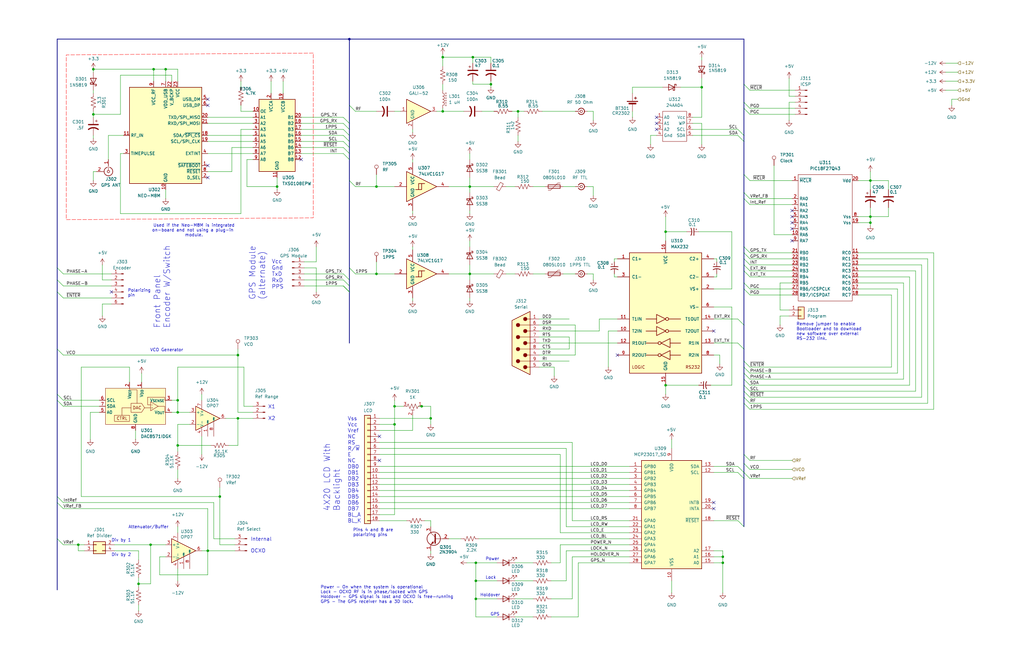
<source format=kicad_sch>
(kicad_sch (version 20250114) (generator "eeschema") (generator_version "9.0")
  (paper "B")
  (title_block (title "GPS Disciplined Oscillator") (date "2025-11-18") (rev "1") (company "Dewayne L. Hafenstein"))
  (text "GPS" (at 206.756 259.334 0) (effects (font (size 1.27 1.27)) (justify left)))
  (text "4X20 LCD With\nBacklight" (at 139.954 215.9 90) (effects (font (size 2.54 2.54)) (justify left)))
  (text "Div by 1\n\n\nDiv by 2" (at 46.99 231.14 0) (effects (font (size 1.27 1.27)) (justify left)))
  (text "Remove jumper to enable\nBootloader and to download \nnew software over external \nRS-232 link." (at 335.788 139.954 0) (effects (font (size 1.27 1.27)) (justify left)))
  (text "Vcc\nGnd\nTxD\nRxD\nPPS" (at 114.554 115.824 0) (effects (font (size 1.651 1.651)) (justify left)))
  (text "X1\n\nX2" (at 113.03 174.244 0) (effects (font (size 1.524 1.524)) (justify left)))
  (text "Internal\n\nOCXO" (at 105.664 230.124 0) (effects (font (size 1.524 1.524)) (justify left)))
  (text "Lock" (at 204.724 243.84 0) (effects (font (size 1.27 1.27)) (justify left)))
  (text "Pins 4 and 8 are\npolarizing pins" (at 148.844 224.79 0) (effects (font (size 1.27 1.27)) (justify left)))
  (text "Vss\nVcc\nVref\nNC\nRS\nR/~{W}\nE\nNC\nDB0\nDB1\nDB2\nDB3\nDB4\nDB5\nDB6\nDB7\nBL_A\nBL_K" (at 146.558 198.374 0) (effects (font (size 1.5748 1.5748)) (justify left)))
  (text "Used if the Neo-M8M is integrated\non-board and not using a plug-in \nmodule." (at 81.788 97.282 0) (effects (font (size 1.27 1.27))))
  (text "Power" (at 204.724 235.966 0) (effects (font (size 1.27 1.27)) (justify left)))
  (text "Front Panel\nEncoder W/Switch" (at 68.326 138.684 90) (effects (font (size 2.54 2.54)) (justify left)))
  (text "Power - On when the system is operational\nLock - OCXO RF is in phase/locked with GPS\nHoldover - GPS signal is lost and OCXO is free-running\nGPS - The GPS receiver has a 3D lock." (at 135.128 250.952 0) (effects (font (size 1.27 1.27)) (justify left)))
  (text "Attenuator/Buffer" (at 54.102 222.504 0) (effects (font (size 1.27 1.27)) (justify left)))
  (text "Polarizing\npin" (at 53.848 123.698 0) (effects (font (size 1.27 1.27)) (justify left)))
  (text "VCO Generator" (at 63.246 147.828 0) (effects (font (size 1.27 1.27)) (justify left)))
  (text "GPS Module\n(alternate)" (at 108.458 126.746 90) (effects (font (size 2.54 2.54)) (justify left)))
  (text "Holdover\n" (at 202.438 251.206 0) (effects (font (size 1.27 1.27)) (justify left)))
  (junction (at 74.93 187.96))
  (junction (at 200.66 245.11))
  (junction (at 218.44 46.99))
  (junction (at 177.8 171.45))
  (junction (at 100.33 176.53))
  (junction (at 63.5 229.87))
  (junction (at 186.69 46.99))
  (junction (at 367.03 76.2))
  (junction (at 181.61 176.53))
  (junction (at 87.63 232.41))
  (junction (at 74.93 168.91))
  (junction (at 166.37 171.45))
  (junction (at 295.91 36.83))
  (junction (at 280.67 162.56))
  (junction (at 367.03 91.44))
  (junction (at 207.01 35.56))
  (junction (at 186.69 24.13))
  (junction (at 64.77 29.21))
  (junction (at 39.37 29.21))
  (junction (at 39.37 48.26))
  (junction (at 200.66 237.49))
  (junction (at 367.03 93.98))
  (junction (at 116.84 78.74))
  (junction (at 33.02 229.87))
  (junction (at 147.32 16.51))
  (junction (at 158.75 115.57))
  (junction (at 198.12 115.57))
  (junction (at 158.75 78.74))
  (junction (at 198.12 78.74))
  (junction (at 304.8 237.49))
  (junction (at 100.33 149.86))
  (junction (at 200.66 252.73))
  (junction (at 92.71 209.55))
  (junction (at 304.8 234.95))
  (junction (at 166.37 179.07))
  (junction (at 199.39 24.13))
  (junction (at 58.42 246.38))
  (junction (at 69.85 29.21))
  (junction (at 280.67 97.79))
  (junction (at 74.93 173.99))
  (no_connect (at 276.86 54.61))
  (no_connect (at 334.01 91.44))
  (no_connect (at 276.86 49.53))
  (no_connect (at 260.35 149.86))
  (no_connect (at 334.01 96.52))
  (no_connect (at 127 67.31))
  (no_connect (at 334.01 88.9))
  (no_connect (at 334.01 101.6))
  (no_connect (at 300.99 139.7))
  (no_connect (at 160.02 184.15))
  (no_connect (at 300.99 212.09))
  (no_connect (at 276.86 52.07))
  (no_connect (at 160.02 194.31))
  (no_connect (at 87.63 69.85))
  (no_connect (at 87.63 74.93))
  (no_connect (at 46.99 123.19))
  (no_connect (at 87.63 44.45))
  (no_connect (at 87.63 41.91))
  (no_connect (at 334.01 93.98))
  (no_connect (at 300.99 214.63))
  (bus_entry (at 144.78 57.15) (size 2.54 2.54))
  (bus_entry (at 144.78 118.11) (size 2.54 2.54))
  (bus_entry (at 24.13 166.37) (size 2.54 2.54))
  (bus_entry (at 313.69 195.58) (size 2.54 2.54))
  (bus_entry (at 311.15 144.78) (size 2.54 2.54))
  (bus_entry (at 147.32 76.2) (size 2.54 2.54))
  (bus_entry (at 144.78 64.77) (size 2.54 2.54))
  (bus_entry (at 313.69 191.77) (size 2.54 2.54))
  (bus_entry (at 313.69 162.56) (size 2.54 2.54))
  (bus_entry (at 313.69 121.92) (size 2.54 2.54))
  (bus_entry (at 313.69 73.66) (size 2.54 2.54))
  (bus_entry (at 311.15 196.85) (size 2.54 2.54))
  (bus_entry (at 144.78 59.69) (size 2.54 2.54))
  (bus_entry (at 147.32 113.03) (size 2.54 2.54))
  (bus_entry (at 313.69 43.18) (size 2.54 2.54))
  (bus_entry (at 24.13 227.33) (size 2.54 2.54))
  (bus_entry (at 313.69 45.72) (size 2.54 2.54))
  (bus_entry (at 311.15 54.61) (size 2.54 2.54))
  (bus_entry (at 313.69 119.38) (size 2.54 2.54))
  (bus_entry (at 311.15 199.39) (size 2.54 2.54))
  (bus_entry (at 313.69 35.56) (size 2.54 2.54))
  (bus_entry (at 311.15 134.62) (size 2.54 2.54))
  (bus_entry (at 24.13 168.91) (size 2.54 2.54))
  (bus_entry (at 313.69 109.22) (size 2.54 2.54))
  (bus_entry (at 313.69 165.1) (size 2.54 2.54))
  (bus_entry (at 313.69 154.94) (size 2.54 2.54))
  (bus_entry (at 313.69 83.82) (size 2.54 2.54))
  (bus_entry (at 313.69 81.28) (size 2.54 2.54))
  (bus_entry (at 144.78 54.61) (size 2.54 2.54))
  (bus_entry (at 313.69 152.4) (size 2.54 2.54))
  (bus_entry (at 144.78 49.53) (size 2.54 2.54))
  (bus_entry (at 24.13 147.32) (size 2.54 2.54))
  (bus_entry (at 313.69 167.64) (size 2.54 2.54))
  (bus_entry (at 311.15 57.15) (size 2.54 2.54))
  (bus_entry (at 24.13 212.09) (size 2.54 2.54))
  (bus_entry (at 144.78 120.65) (size 2.54 2.54))
  (bus_entry (at 147.32 44.45) (size 2.54 2.54))
  (bus_entry (at 313.69 111.76) (size 2.54 2.54))
  (bus_entry (at 313.69 106.68) (size 2.54 2.54))
  (bus_entry (at 311.15 219.71) (size 2.54 2.54))
  (bus_entry (at 24.13 123.19) (size 2.54 2.54))
  (bus_entry (at 313.69 160.02) (size 2.54 2.54))
  (bus_entry (at 313.69 170.18) (size 2.54 2.54))
  (bus_entry (at 24.13 118.11) (size 2.54 2.54))
  (bus_entry (at 24.13 209.55) (size 2.54 2.54))
  (bus_entry (at 313.69 199.39) (size 2.54 2.54))
  (bus_entry (at 313.69 104.14) (size 2.54 2.54))
  (bus_entry (at 144.78 115.57) (size 2.54 2.54))
  (bus_entry (at 144.78 52.07) (size 2.54 2.54))
  (bus_entry (at 144.78 120.65) (size 2.54 2.54))
  (bus_entry (at 313.69 157.48) (size 2.54 2.54))
  (bus_entry (at 313.69 114.3) (size 2.54 2.54))
  (bus_entry (at 24.13 113.03) (size 2.54 2.54))
  (bus_entry (at 144.78 62.23) (size 2.54 2.54))
  (wire (pts (xy 72.39 34.29) (xy 72.39 31.75)))
  (wire (pts (xy 386.08 114.3) (xy 386.08 165.1)))
  (wire (pts (xy 213.36 115.57) (xy 217.17 115.57)))
  (wire (pts (xy 241.3 186.69) (xy 160.02 186.69)))
  (bus (pts (xy 24.13 118.11) (xy 24.13 123.19)))
  (wire (pts (xy 100.33 187.96) (xy 100.33 176.53)))
  (bus (pts (xy 313.69 81.28) (xy 313.69 83.82)))
  (wire (pts (xy 186.69 45.72) (xy 186.69 46.99)))
  (bus (pts (xy 313.69 81.28) (xy 313.69 73.66)))
  (wire (pts (xy 45.72 57.15) (xy 45.72 67.31)))
  (wire (pts (xy 274.32 60.96) (xy 274.32 57.15)))
  (wire (pts (xy 127 59.69) (xy 144.78 59.69)))
  (wire (pts (xy 227.33 134.62) (xy 240.03 134.62)))
  (wire (pts (xy 367.03 95.25) (xy 367.03 93.98)))
  (wire (pts (xy 106.68 173.99) (xy 100.33 173.99)))
  (bus (pts (xy 147.32 59.69) (xy 147.32 62.23)))
  (wire (pts (xy 74.93 187.96) (xy 88.9 187.96)))
  (wire (pts (xy 247.65 78.74) (xy 250.19 78.74)))
  (wire (pts (xy 87.63 232.41) (xy 85.09 232.41)))
  (wire (pts (xy 54.61 154.94) (xy 54.61 161.29)))
  (wire (pts (xy 236.22 191.77) (xy 160.02 191.77)))
  (wire (pts (xy 127 52.07) (xy 144.78 52.07)))
  (wire (pts (xy 106.68 62.23) (xy 97.79 62.23)))
  (wire (pts (xy 158.75 73.66) (xy 158.75 78.74)))
  (wire (pts (xy 367.03 93.98) (xy 367.03 91.44)))
  (bus (pts (xy 147.32 54.61) (xy 147.32 57.15)))
  (wire (pts (xy 87.63 72.39) (xy 97.79 72.39)))
  (wire (pts (xy 102.87 171.45) (xy 106.68 171.45)))
  (wire (pts (xy 34.29 209.55) (xy 34.29 154.94)))
  (wire (pts (xy 101.6 44.45) (xy 101.6 46.99)))
  (wire (pts (xy 388.62 111.76) (xy 388.62 167.64)))
  (wire (pts (xy 328.93 119.38) (xy 328.93 130.81)))
  (wire (pts (xy 300.99 199.39) (xy 311.15 199.39)))
  (bus (pts (xy 147.32 120.65) (xy 147.32 123.19)))
  (wire (pts (xy 398.78 34.29) (xy 403.86 34.29)))
  (wire (pts (xy 72.39 31.75) (xy 50.8 31.75)))
  (wire (pts (xy 87.63 232.41) (xy 99.06 232.41)))
  (wire (pts (xy 74.93 168.91) (xy 72.39 168.91)))
  (wire (pts (xy 283.21 245.11) (xy 283.21 250.19)))
  (wire (pts (xy 300.99 116.84) (xy 302.26 116.84)))
  (wire (pts (xy 375.92 124.46) (xy 375.92 154.94)))
  (wire (pts (xy 181.61 222.25) (xy 181.61 219.71)))
  (wire (pts (xy 250.19 82.55) (xy 250.19 78.74)))
  (wire (pts (xy 398.78 30.48) (xy 403.86 30.48)))
  (bus (pts (xy 313.69 45.72) (xy 313.69 43.18)))
  (bus (pts (xy 313.69 154.94) (xy 313.69 157.48)))
  (wire (pts (xy 292.1 49.53) (xy 295.91 49.53)))
  (wire (pts (xy 316.23 114.3) (xy 334.01 114.3)))
  (wire (pts (xy 39.37 29.21) (xy 39.37 30.48)))
  (bus (pts (xy 313.69 121.92) (xy 313.69 119.38)))
  (wire (pts (xy 38.1 185.42) (xy 38.1 173.99)))
  (wire (pts (xy 198.12 115.57) (xy 208.28 115.57)))
  (wire (pts (xy 173.99 88.9) (xy 173.99 90.17)))
  (wire (pts (xy 200.66 237.49) (xy 200.66 245.11)))
  (wire (pts (xy 217.17 260.35) (xy 224.79 260.35)))
  (wire (pts (xy 383.54 162.56) (xy 316.23 162.56)))
  (wire (pts (xy 328.93 137.16) (xy 328.93 133.35)))
  (wire (pts (xy 59.69 157.48) (xy 59.69 161.29)))
  (wire (pts (xy 58.42 255.27) (xy 58.42 257.81)))
  (wire (pts (xy 328.93 133.35) (xy 332.74 133.35)))
  (wire (pts (xy 160.02 196.85) (xy 265.43 196.85)))
  (wire (pts (xy 274.32 57.15) (xy 276.86 57.15)))
  (wire (pts (xy 260.35 116.84) (xy 259.08 116.84)))
  (wire (pts (xy 302.26 109.22) (xy 302.26 110.49)))
  (wire (pts (xy 149.86 78.74) (xy 158.75 78.74)))
  (wire (pts (xy 236.22 191.77) (xy 236.22 224.79)))
  (wire (pts (xy 316.23 86.36) (xy 334.01 86.36)))
  (wire (pts (xy 144.78 118.11) (xy 128.27 118.11)))
  (wire (pts (xy 39.37 48.26) (xy 50.8 48.26)))
  (wire (pts (xy 217.17 245.11) (xy 224.79 245.11)))
  (wire (pts (xy 361.95 116.84) (xy 383.54 116.84)))
  (wire (pts (xy 383.54 116.84) (xy 383.54 162.56)))
  (wire (pts (xy 241.3 219.71) (xy 265.43 219.71)))
  (wire (pts (xy 26.67 115.57) (xy 46.99 115.57)))
  (wire (pts (xy 158.75 110.49) (xy 158.75 115.57)))
  (wire (pts (xy 316.23 116.84) (xy 334.01 116.84)))
  (wire (pts (xy 64.77 29.21) (xy 64.77 34.29)))
  (wire (pts (xy 228.6 46.99) (xy 242.57 46.99)))
  (wire (pts (xy 238.76 232.41) (xy 265.43 232.41)))
  (bus (pts (xy 313.69 170.18) (xy 313.69 191.77)))
  (wire (pts (xy 294.64 162.56) (xy 280.67 162.56)))
  (wire (pts (xy 166.37 46.99) (xy 168.91 46.99)))
  (wire (pts (xy 361.95 91.44) (xy 367.03 91.44)))
  (wire (pts (xy 238.76 222.25) (xy 265.43 222.25)))
  (wire (pts (xy 300.99 219.71) (xy 311.15 219.71)))
  (wire (pts (xy 361.95 76.2) (xy 367.03 76.2)))
  (wire (pts (xy 58.42 246.38) (xy 58.42 247.65)))
  (wire (pts (xy 227.33 149.86) (xy 242.57 149.86)))
  (wire (pts (xy 259.08 116.84) (xy 259.08 115.57)))
  (wire (pts (xy 198.12 88.9) (xy 198.12 90.17)))
  (bus (pts (xy 313.69 104.14) (xy 313.69 83.82)))
  (bus (pts (xy 313.69 199.39) (xy 313.69 195.58)))
  (wire (pts (xy 57.15 181.61) (xy 57.15 185.42)))
  (wire (pts (xy 332.74 50.8) (xy 332.74 43.18)))
  (wire (pts (xy 181.61 171.45) (xy 181.61 176.53)))
  (wire (pts (xy 160.02 219.71) (xy 171.45 219.71)))
  (wire (pts (xy 104.14 67.31) (xy 106.68 67.31)))
  (wire (pts (xy 92.71 229.87) (xy 99.06 229.87)))
  (wire (pts (xy 237.49 115.57) (xy 242.57 115.57)))
  (wire (pts (xy 241.3 186.69) (xy 241.3 219.71)))
  (wire (pts (xy 158.75 78.74) (xy 166.37 78.74)))
  (wire (pts (xy 186.69 46.99) (xy 184.15 46.99)))
  (wire (pts (xy 43.18 128.27) (xy 46.99 128.27)))
  (wire (pts (xy 74.93 190.5) (xy 74.93 187.96)))
  (wire (pts (xy 316.23 201.93) (xy 334.01 201.93)))
  (wire (pts (xy 198.12 111.76) (xy 198.12 115.57)))
  (wire (pts (xy 198.12 64.77) (xy 198.12 67.31)))
  (bus (pts (xy 313.69 59.69) (xy 313.69 57.15)))
  (wire (pts (xy 92.71 229.87) (xy 92.71 209.55)))
  (wire (pts (xy 43.18 118.11) (xy 46.99 118.11)))
  (wire (pts (xy 194.31 227.33) (xy 189.23 227.33)))
  (wire (pts (xy 127 64.77) (xy 144.78 64.77)))
  (wire (pts (xy 181.61 232.41) (xy 181.61 233.68)))
  (wire (pts (xy 243.84 237.49) (xy 265.43 237.49)))
  (wire (pts (xy 218.44 46.99) (xy 220.98 46.99)))
  (wire (pts (xy 127 54.61) (xy 144.78 54.61)))
  (wire (pts (xy 64.77 29.21) (xy 69.85 29.21)))
  (wire (pts (xy 300.99 134.62) (xy 311.15 134.62)))
  (wire (pts (xy 316.23 157.48) (xy 378.46 157.48)))
  (wire (pts (xy 166.37 179.07) (xy 166.37 171.45)))
  (bus (pts (xy 313.69 160.02) (xy 313.69 157.48)))
  (wire (pts (xy 237.49 78.74) (xy 242.57 78.74)))
  (wire (pts (xy 238.76 189.23) (xy 238.76 222.25)))
  (wire (pts (xy 283.21 185.42) (xy 283.21 189.23)))
  (wire (pts (xy 398.78 38.1) (xy 403.86 38.1)))
  (bus (pts (xy 313.69 165.1) (xy 313.69 167.64)))
  (bus (pts (xy 147.32 113.03) (xy 147.32 118.11)))
  (wire (pts (xy 45.72 57.15) (xy 52.07 57.15)))
  (wire (pts (xy 87.63 214.63) (xy 87.63 232.41)))
  (wire (pts (xy 186.69 46.99) (xy 195.58 46.99)))
  (wire (pts (xy 316.23 170.18) (xy 391.16 170.18)))
  (wire (pts (xy 160.02 217.17) (xy 166.37 217.17)))
  (bus (pts (xy 147.32 76.2) (xy 147.32 113.03)))
  (wire (pts (xy 119.38 34.29) (xy 119.38 39.37)))
  (wire (pts (xy 26.67 120.65) (xy 46.99 120.65)))
  (wire (pts (xy 39.37 38.1) (xy 39.37 39.37)))
  (wire (pts (xy 266.7 46.99) (xy 266.7 49.53)))
  (wire (pts (xy 133.35 110.49) (xy 128.27 110.49)))
  (wire (pts (xy 374.65 80.01) (xy 374.65 76.2)))
  (wire (pts (xy 39.37 48.26) (xy 39.37 49.53)))
  (wire (pts (xy 48.26 232.41) (xy 58.42 232.41)))
  (bus (pts (xy 313.69 201.93) (xy 313.69 222.25)))
  (wire (pts (xy 181.61 176.53) (xy 181.61 179.07)))
  (wire (pts (xy 173.99 175.26) (xy 173.99 181.61)))
  (wire (pts (xy 199.39 35.56) (xy 207.01 35.56)))
  (wire (pts (xy 106.68 64.77) (xy 87.63 64.77)))
  (wire (pts (xy 127 49.53) (xy 144.78 49.53)))
  (wire (pts (xy 316.23 76.2) (xy 334.01 76.2)))
  (wire (pts (xy 166.37 171.45) (xy 170.18 171.45)))
  (wire (pts (xy 361.95 106.68) (xy 393.7 106.68)))
  (wire (pts (xy 316.23 111.76) (xy 334.01 111.76)))
  (wire (pts (xy 236.22 229.87) (xy 236.22 237.49)))
  (wire (pts (xy 39.37 29.21) (xy 64.77 29.21)))
  (wire (pts (xy 201.93 227.33) (xy 265.43 227.33)))
  (wire (pts (xy 308.61 129.54) (xy 308.61 162.56)))
  (wire (pts (xy 74.93 29.21) (xy 74.93 34.29)))
  (wire (pts (xy 316.23 154.94) (xy 375.92 154.94)))
  (wire (pts (xy 217.17 237.49) (xy 224.79 237.49)))
  (wire (pts (xy 308.61 121.92) (xy 300.99 121.92)))
  (bus (pts (xy 147.32 64.77) (xy 147.32 67.31)))
  (wire (pts (xy 160.02 204.47) (xy 265.43 204.47)))
  (wire (pts (xy 240.03 142.24) (xy 240.03 147.32)))
  (wire (pts (xy 316.23 124.46) (xy 334.01 124.46)))
  (wire (pts (xy 92.71 205.74) (xy 92.71 209.55)))
  (wire (pts (xy 39.37 57.15) (xy 39.37 58.42)))
  (wire (pts (xy 300.99 234.95) (xy 304.8 234.95)))
  (wire (pts (xy 227.33 147.32) (xy 240.03 147.32)))
  (wire (pts (xy 63.5 229.87) (xy 63.5 246.38)))
  (wire (pts (xy 177.8 171.45) (xy 181.61 171.45)))
  (wire (pts (xy 160.02 201.93) (xy 265.43 201.93)))
  (wire (pts (xy 173.99 67.31) (xy 173.99 68.58)))
  (wire (pts (xy 361.95 109.22) (xy 391.16 109.22)))
  (wire (pts (xy 104.14 78.74) (xy 104.14 67.31)))
  (wire (pts (xy 252.73 134.62) (xy 252.73 139.7)))
  (bus (pts (xy 313.69 201.93) (xy 313.69 199.39)))
  (wire (pts (xy 295.91 52.07) (xy 292.1 52.07)))
  (wire (pts (xy 33.02 232.41) (xy 33.02 229.87)))
  (wire (pts (xy 266.7 39.37) (xy 266.7 36.83)))
  (wire (pts (xy 361.95 119.38) (xy 381 119.38)))
  (wire (pts (xy 203.2 46.99) (xy 208.28 46.99)))
  (wire (pts (xy 326.39 69.85) (xy 326.39 99.06)))
  (wire (pts (xy 128.27 120.65) (xy 144.78 120.65)))
  (wire (pts (xy 213.36 78.74) (xy 217.17 78.74)))
  (wire (pts (xy 316.23 165.1) (xy 386.08 165.1)))
  (bus (pts (xy 313.69 109.22) (xy 313.69 106.68)))
  (wire (pts (xy 295.91 60.96) (xy 295.91 52.07)))
  (wire (pts (xy 398.78 26.67) (xy 403.86 26.67)))
  (wire (pts (xy 26.67 149.86) (xy 100.33 149.86)))
  (wire (pts (xy 236.22 229.87) (xy 265.43 229.87)))
  (bus (pts (xy 313.69 167.64) (xy 313.69 170.18)))
  (bus (pts (xy 24.13 209.55) (xy 24.13 212.09)))
  (wire (pts (xy 361.95 121.92) (xy 378.46 121.92)))
  (wire (pts (xy 227.33 137.16) (xy 242.57 137.16)))
  (wire (pts (xy 334.01 119.38) (xy 328.93 119.38)))
  (wire (pts (xy 100.33 176.53) (xy 106.68 176.53)))
  (wire (pts (xy 200.66 245.11) (xy 200.66 252.73)))
  (bus (pts (xy 147.32 16.51) (xy 147.32 44.45)))
  (bus (pts (xy 313.69 114.3) (xy 313.69 111.76)))
  (wire (pts (xy 38.1 173.99) (xy 41.91 173.99)))
  (wire (pts (xy 280.67 97.79) (xy 280.67 101.6)))
  (bus (pts (xy 147.32 123.19) (xy 147.32 144.78)))
  (wire (pts (xy 90.17 227.33) (xy 90.17 212.09)))
  (wire (pts (xy 67.31 234.95) (xy 67.31 242.57)))
  (wire (pts (xy 304.8 250.19) (xy 304.8 237.49)))
  (wire (pts (xy 332.74 43.18) (xy 335.28 43.18)))
  (wire (pts (xy 374.65 91.44) (xy 367.03 91.44)))
  (wire (pts (xy 250.19 50.8) (xy 250.19 46.99)))
  (wire (pts (xy 186.69 24.13) (xy 186.69 27.94)))
  (bus (pts (xy 147.32 16.51) (xy 24.13 16.51)))
  (wire (pts (xy 304.8 237.49) (xy 304.8 234.95)))
  (wire (pts (xy 160.02 199.39) (xy 265.43 199.39)))
  (wire (pts (xy 381 119.38) (xy 381 160.02)))
  (wire (pts (xy 401.32 44.45) (xy 401.32 41.91)))
  (bus (pts (xy 313.69 16.51) (xy 313.69 35.56)))
  (wire (pts (xy 63.5 246.38) (xy 58.42 246.38)))
  (wire (pts (xy 295.91 24.13) (xy 295.91 25.4)))
  (wire (pts (xy 69.85 29.21) (xy 69.85 34.29)))
  (wire (pts (xy 295.91 33.02) (xy 295.91 36.83)))
  (wire (pts (xy 149.86 46.99) (xy 158.75 46.99)))
  (wire (pts (xy 173.99 104.14) (xy 173.99 105.41)))
  (bus (pts (xy 147.32 118.11) (xy 147.32 120.65)))
  (wire (pts (xy 316.23 198.12) (xy 334.01 198.12)))
  (wire (pts (xy 160.02 179.07) (xy 166.37 179.07)))
  (wire (pts (xy 200.66 260.35) (xy 209.55 260.35)))
  (wire (pts (xy 69.85 234.95) (xy 67.31 234.95)))
  (wire (pts (xy 367.03 76.2) (xy 367.03 80.01)))
  (wire (pts (xy 361.95 124.46) (xy 375.92 124.46)))
  (wire (pts (xy 160.02 207.01) (xy 265.43 207.01)))
  (bus (pts (xy 313.69 147.32) (xy 313.69 137.16)))
  (wire (pts (xy 160.02 212.09) (xy 265.43 212.09)))
  (wire (pts (xy 101.6 90.17) (xy 50.8 90.17)))
  (wire (pts (xy 50.8 90.17) (xy 50.8 64.77)))
  (bus (pts (xy 313.69 73.66) (xy 313.69 59.69)))
  (bus (pts (xy 313.69 191.77) (xy 313.69 195.58)))
  (wire (pts (xy 232.41 237.49) (xy 236.22 237.49)))
  (bus (pts (xy 24.13 212.09) (xy 24.13 227.33)))
  (wire (pts (xy 256.54 139.7) (xy 260.35 139.7)))
  (wire (pts (xy 26.67 214.63) (xy 87.63 214.63)))
  (wire (pts (xy 67.31 242.57) (xy 87.63 242.57)))
  (wire (pts (xy 58.42 243.84) (xy 58.42 246.38)))
  (wire (pts (xy 292.1 57.15) (xy 311.15 57.15)))
  (wire (pts (xy 200.66 252.73) (xy 200.66 260.35)))
  (wire (pts (xy 173.99 181.61) (xy 160.02 181.61)))
  (wire (pts (xy 72.39 173.99) (xy 74.93 173.99)))
  (wire (pts (xy 227.33 152.4) (xy 240.03 152.4)))
  (wire (pts (xy 316.23 109.22) (xy 334.01 109.22)))
  (wire (pts (xy 127 62.23) (xy 144.78 62.23)))
  (bus (pts (xy 147.32 44.45) (xy 147.32 52.07)))
  (wire (pts (xy 280.67 162.56) (xy 280.67 166.37)))
  (wire (pts (xy 227.33 139.7) (xy 252.73 139.7)))
  (wire (pts (xy 218.44 57.15) (xy 218.44 59.69)))
  (wire (pts (xy 34.29 154.94) (xy 54.61 154.94)))
  (bus (pts (xy 313.69 162.56) (xy 313.69 160.02)))
  (wire (pts (xy 218.44 49.53) (xy 218.44 46.99)))
  (wire (pts (xy 300.99 237.49) (xy 304.8 237.49)))
  (wire (pts (xy 207.01 24.13) (xy 199.39 24.13)))
  (wire (pts (xy 335.28 40.64) (xy 332.74 40.64)))
  (wire (pts (xy 35.56 232.41) (xy 33.02 232.41)))
  (wire (pts (xy 74.93 179.07) (xy 80.01 179.07)))
  (wire (pts (xy 316.23 167.64) (xy 388.62 167.64)))
  (wire (pts (xy 247.65 46.99) (xy 250.19 46.99)))
  (wire (pts (xy 294.64 97.79) (xy 308.61 97.79)))
  (wire (pts (xy 207.01 35.56) (xy 207.01 36.83)))
  (wire (pts (xy 199.39 24.13) (xy 186.69 24.13)))
  (wire (pts (xy 198.12 101.6) (xy 198.12 104.14)))
  (wire (pts (xy 39.37 76.2) (xy 39.37 72.39)))
  (wire (pts (xy 33.02 229.87) (xy 35.56 229.87)))
  (wire (pts (xy 63.5 229.87) (xy 69.85 229.87)))
  (wire (pts (xy 48.26 229.87) (xy 63.5 229.87)))
  (wire (pts (xy 116.84 78.74) (xy 116.84 80.01)))
  (wire (pts (xy 217.17 252.73) (xy 224.79 252.73)))
  (wire (pts (xy 166.37 179.07) (xy 166.37 217.17)))
  (wire (pts (xy 133.35 123.19) (xy 133.35 113.03)))
  (wire (pts (xy 181.61 219.71) (xy 179.07 219.71)))
  (wire (pts (xy 74.93 222.25) (xy 74.93 224.79)))
  (wire (pts (xy 303.53 153.67) (xy 303.53 149.86)))
  (wire (pts (xy 236.22 224.79) (xy 265.43 224.79)))
  (bus (pts (xy 24.13 123.19) (xy 24.13 147.32)))
  (wire (pts (xy 233.68 154.94) (xy 233.68 158.75)))
  (wire (pts (xy 50.8 31.75) (xy 50.8 48.26)))
  (wire (pts (xy 243.84 237.49) (xy 243.84 260.35)))
  (wire (pts (xy 95.25 176.53) (xy 100.33 176.53)))
  (bus (pts (xy 313.69 43.18) (xy 313.69 35.56)))
  (wire (pts (xy 224.79 115.57) (xy 229.87 115.57)))
  (wire (pts (xy 106.68 52.07) (xy 87.63 52.07)))
  (wire (pts (xy 198.12 115.57) (xy 198.12 118.11)))
  (wire (pts (xy 106.68 49.53) (xy 87.63 49.53)))
  (wire (pts (xy 198.12 78.74) (xy 208.28 78.74)))
  (wire (pts (xy 247.65 115.57) (xy 250.19 115.57)))
  (wire (pts (xy 328.93 130.81) (xy 332.74 130.81)))
  (wire (pts (xy 304.8 232.41) (xy 300.99 232.41)))
  (wire (pts (xy 74.93 173.99) (xy 74.93 168.91)))
  (wire (pts (xy 308.61 97.79) (xy 308.61 121.92)))
  (bus (pts (xy 24.13 168.91) (xy 24.13 209.55)))
  (wire (pts (xy 198.12 78.74) (xy 198.12 81.28)))
  (wire (pts (xy 361.95 111.76) (xy 388.62 111.76)))
  (wire (pts (xy 292.1 54.61) (xy 311.15 54.61)))
  (wire (pts (xy 52.07 64.77) (xy 50.8 64.77)))
  (wire (pts (xy 316.23 106.68) (xy 334.01 106.68)))
  (wire (pts (xy 116.84 78.74) (xy 104.14 78.74)))
  (wire (pts (xy 186.69 35.56) (xy 186.69 38.1)))
  (wire (pts (xy 74.93 187.96) (xy 74.93 179.07)))
  (wire (pts (xy 316.23 38.1) (xy 335.28 38.1)))
  (wire (pts (xy 266.7 36.83) (xy 279.4 36.83)))
  (wire (pts (xy 250.19 115.57) (xy 250.19 118.11)))
  (wire (pts (xy 332.74 40.64) (xy 332.74 33.02)))
  (wire (pts (xy 189.23 115.57) (xy 198.12 115.57)))
  (bus (pts (xy 24.13 166.37) (xy 24.13 168.91)))
  (wire (pts (xy 295.91 49.53) (xy 295.91 36.83)))
  (wire (pts (xy 39.37 72.39) (xy 40.64 72.39)))
  (wire (pts (xy 166.37 171.45) (xy 166.37 168.91)))
  (wire (pts (xy 160.02 176.53) (xy 181.61 176.53)))
  (wire (pts (xy 200.66 245.11) (xy 209.55 245.11)))
  (wire (pts (xy 393.7 106.68) (xy 393.7 172.72)))
  (wire (pts (xy 43.18 133.35) (xy 43.18 128.27)))
  (wire (pts (xy 189.23 78.74) (xy 198.12 78.74)))
  (wire (pts (xy 316.23 160.02) (xy 381 160.02)))
  (wire (pts (xy 260.35 134.62) (xy 252.73 134.62)))
  (wire (pts (xy 227.33 154.94) (xy 233.68 154.94)))
  (wire (pts (xy 128.27 115.57) (xy 144.78 115.57)))
  (wire (pts (xy 102.87 171.45) (xy 102.87 154.94)))
  (wire (pts (xy 316.23 45.72) (xy 335.28 45.72)))
  (wire (pts (xy 43.18 111.76) (xy 43.18 118.11)))
  (wire (pts (xy 316.23 83.82) (xy 334.01 83.82)))
  (wire (pts (xy 361.95 114.3) (xy 386.08 114.3)))
  (bus (pts (xy 313.69 147.32) (xy 313.69 152.4)))
  (bus (pts (xy 313.69 106.68) (xy 313.69 104.14)))
  (wire (pts (xy 85.09 184.15) (xy 85.09 191.77)))
  (wire (pts (xy 401.32 41.91) (xy 403.86 41.91)))
  (bus (pts (xy 147.32 67.31) (xy 147.32 76.2)))
  (wire (pts (xy 256.54 154.94) (xy 256.54 139.7)))
  (wire (pts (xy 101.6 54.61) (xy 101.6 90.17)))
  (wire (pts (xy 207.01 26.67) (xy 207.01 24.13)))
  (wire (pts (xy 97.79 72.39) (xy 97.79 62.23)))
  (wire (pts (xy 259.08 109.22) (xy 259.08 110.49)))
  (wire (pts (xy 378.46 121.92) (xy 378.46 157.48)))
  (wire (pts (xy 316.23 121.92) (xy 334.01 121.92)))
  (wire (pts (xy 367.03 72.39) (xy 367.03 76.2)))
  (bus (pts (xy 24.13 147.32) (xy 24.13 166.37)))
  (bus (pts (xy 147.32 16.51) (xy 313.69 16.51)))
  (wire (pts (xy 39.37 46.99) (xy 39.37 48.26)))
  (wire (pts (xy 74.93 154.94) (xy 74.93 168.91)))
  (wire (pts (xy 303.53 149.86) (xy 300.99 149.86)))
  (wire (pts (xy 241.3 252.73) (xy 232.41 252.73)))
  (bus (pts (xy 24.13 16.51) (xy 24.13 113.03)))
  (wire (pts (xy 260.35 109.22) (xy 259.08 109.22)))
  (bus (pts (xy 313.69 111.76) (xy 313.69 109.22)))
  (bus (pts (xy 24.13 113.03) (xy 24.13 118.11)))
  (wire (pts (xy 101.6 34.29) (xy 101.6 36.83)))
  (wire (pts (xy 374.65 87.63) (xy 374.65 91.44)))
  (wire (pts (xy 158.75 115.57) (xy 166.37 115.57)))
  (wire (pts (xy 26.67 168.91) (xy 41.91 168.91)))
  (wire (pts (xy 99.06 227.33) (xy 90.17 227.33)))
  (wire (pts (xy 308.61 129.54) (xy 300.99 129.54)))
  (wire (pts (xy 280.67 97.79) (xy 289.56 97.79)))
  (wire (pts (xy 241.3 234.95) (xy 265.43 234.95)))
  (bus (pts (xy 313.69 154.94) (xy 313.69 152.4)))
  (wire (pts (xy 92.71 209.55) (xy 34.29 209.55)))
  (wire (pts (xy 241.3 234.95) (xy 241.3 252.73)))
  (bus (pts (xy 313.69 119.38) (xy 313.69 114.3)))
  (wire (pts (xy 232.41 260.35) (xy 243.84 260.35)))
  (wire (pts (xy 26.67 171.45) (xy 41.91 171.45)))
  (wire (pts (xy 326.39 99.06) (xy 334.01 99.06)))
  (wire (pts (xy 160.02 209.55) (xy 265.43 209.55)))
  (wire (pts (xy 304.8 234.95) (xy 304.8 232.41)))
  (wire (pts (xy 200.66 252.73) (xy 209.55 252.73)))
  (bus (pts (xy 147.32 62.23) (xy 147.32 64.77)))
  (wire (pts (xy 26.67 125.73) (xy 46.99 125.73)))
  (wire (pts (xy 299.72 162.56) (xy 308.61 162.56)))
  (wire (pts (xy 100.33 173.99) (xy 100.33 149.86)))
  (wire (pts (xy 85.09 166.37) (xy 85.09 168.91)))
  (wire (pts (xy 198.12 74.93) (xy 198.12 78.74)))
  (wire (pts (xy 58.42 236.22) (xy 58.42 232.41)))
  (wire (pts (xy 287.02 36.83) (xy 295.91 36.83)))
  (wire (pts (xy 114.3 34.29) (xy 114.3 39.37)))
  (wire (pts (xy 232.41 245.11) (xy 238.76 245.11)))
  (wire (pts (xy 74.93 173.99) (xy 80.01 173.99)))
  (wire (pts (xy 316.23 172.72) (xy 393.7 172.72)))
  (wire (pts (xy 74.93 198.12) (xy 74.93 201.93)))
  (wire (pts (xy 26.67 212.09) (xy 90.17 212.09)))
  (wire (pts (xy 227.33 144.78) (xy 260.35 144.78)))
  (wire (pts (xy 200.66 237.49) (xy 209.55 237.49)))
  (wire (pts (xy 199.39 24.13) (xy 199.39 26.67)))
  (wire (pts (xy 74.93 29.21) (xy 69.85 29.21)))
  (wire (pts (xy 361.95 93.98) (xy 367.03 93.98)))
  (wire (pts (xy 238.76 245.11) (xy 238.76 232.41)))
  (wire (pts (xy 106.68 57.15) (xy 87.63 57.15)))
  (wire (pts (xy 87.63 242.57) (xy 87.63 232.41)))
  (wire (pts (xy 316.23 194.31) (xy 334.01 194.31)))
  (bus (pts (xy 147.32 52.07) (xy 147.32 54.61)))
  (bus (pts (xy 313.69 165.1) (xy 313.69 162.56)))
  (wire (pts (xy 227.33 142.24) (xy 240.03 142.24)))
  (wire (pts (xy 160.02 214.63) (xy 265.43 214.63)))
  (wire (pts (xy 173.99 125.73) (xy 173.99 127)))
  (wire (pts (xy 316.23 48.26) (xy 335.28 48.26)))
  (wire (pts (xy 374.65 76.2) (xy 367.03 76.2)))
  (bus (pts (xy 147.32 57.15) (xy 147.32 59.69)))
  (wire (pts (xy 280.67 91.44) (xy 280.67 97.79)))
  (wire (pts (xy 218.44 46.99) (xy 215.9 46.99)))
  (wire (pts (xy 302.26 115.57) (xy 302.26 116.84)))
  (wire (pts (xy 96.52 187.96) (xy 100.33 187.96)))
  (wire (pts (xy 198.12 125.73) (xy 198.12 127)))
  (wire (pts (xy 238.76 189.23) (xy 160.02 189.23)))
  (wire (pts (xy 127 57.15) (xy 144.78 57.15)))
  (wire (pts (xy 133.35 104.14) (xy 133.35 110.49)))
  (bus (pts (xy 313.69 137.16) (xy 313.69 121.92)))
  (wire (pts (xy 116.84 74.93) (xy 116.84 78.74)))
  (wire (pts (xy 106.68 59.69) (xy 87.63 59.69)))
  (wire (pts (xy 26.67 229.87) (xy 33.02 229.87)))
  (wire (pts (xy 74.93 240.03) (xy 74.93 245.11)))
  (wire (pts (xy 176.53 171.45) (xy 177.8 171.45)))
  (wire (pts (xy 196.85 237.49) (xy 200.66 237.49)))
  (wire (pts (xy 242.57 137.16) (xy 242.57 149.86)))
  (wire (pts (xy 300.99 109.22) (xy 302.26 109.22)))
  (wire (pts (xy 300.99 144.78) (xy 311.15 144.78)))
  (wire (pts (xy 207.01 34.29) (xy 207.01 35.56)))
  (bus (pts (xy 313.69 45.72) (xy 313.69 57.15)))
  (wire (pts (xy 173.99 54.61) (xy 173.99 55.88)))
  (wire (pts (xy 224.79 78.74) (xy 229.87 78.74)))
  (wire (pts (xy 199.39 34.29) (xy 199.39 35.56)))
  (wire (pts (xy 102.87 154.94) (xy 74.93 154.94)))
  (wire (pts (xy 186.69 22.86) (xy 186.69 24.13)))
  (wire (pts (xy 300.99 196.85) (xy 311.15 196.85)))
  (wire (pts (xy 106.68 46.99) (xy 101.6 46.99)))
  (wire (pts (xy 69.85 80.01) (xy 69.85 83.82)))
  (wire (pts (xy 133.35 113.03) (xy 128.27 113.03)))
  (wire (pts (xy 391.16 109.22) (xy 391.16 170.18)))
  (wire (pts (xy 100.33 147.32) (xy 100.33 149.86)))
  (wire (pts (xy 106.68 54.61) (xy 101.6 54.61)))
  (wire (pts (xy 367.03 87.63) (xy 367.03 91.44)))
  (wire (pts (xy 149.86 115.57) (xy 158.75 115.57)))
  (bus (pts (xy 24.13 227.33) (xy 24.13 248.92)))
  (label "IntRef" (at 26.67 212.09 0))
  (label "~{RESET}" (at 316.23 167.64 0))
  (label "SDA" (at 316.23 162.56 0))
  (label "INT" (at 142.24 64.77 180))
  (label "PHASE-B" (at 27.94 120.65 0))
  (label "LCD_E" (at 248.92 224.79 0))
  (label "PHASE-A" (at 27.94 115.57 0))
  (label "CTS" (at 228.6 147.32 0))
  (label "SDA" (at 307.34 57.15 0))
  (label "SDA" (at 306.07 196.85 0))
  (label "VRef_FB" (at 26.67 214.63 0))
  (label "LOCK_N" (at 248.92 232.41 0))
  (label "1PPS" (at 142.24 54.61 180))
  (label "SCL" (at 306.07 199.39 0))
  (label "RTS" (at 228.6 142.24 0))
  (label "LCD_BL" (at 248.92 227.33 0))
  (label "LCD_D6" (at 248.92 212.09 0))
  (label "SDA" (at 26.67 171.45 0))
  (label "VRef" (at 26.67 229.87 0))
  (label "LCD_D4" (at 248.92 207.01 0))
  (label "GPS_TX" (at 137.16 115.57 0))
  (label "~{MCLR}" (at 317.5 76.2 0))
  (label "1PPS" (at 137.16 120.65 0))
  (label "PHASE-A" (at 316.23 160.02 0))
  (label "EXT_TX" (at 316.23 116.84 0))
  (label "DTR" (at 228.6 149.86 0))
  (label "RXD" (at 228.6 139.7 0))
  (label "INT" (at 316.23 111.76 0))
  (label "SDA" (at 142.24 57.15 180))
  (label "VCO" (at 27.94 149.86 0))
  (label "RF" (at 316.23 170.18 0))
  (label "GPS_TX" (at 316.23 106.68 0))
  (label "LCD_D1" (at 248.92 199.39 0))
  (label "SCL" (at 142.24 59.69 180))
  (label "LCD_D3" (at 248.92 204.47 0))
  (label "Int_Ref" (at 316.23 86.36 0))
  (label "TXD" (at 228.6 144.78 0))
  (label "HOLDOVER_N" (at 248.92 234.95 0))
  (label "GPS_RX" (at 142.24 52.07 180))
  (label "PGC" (at 316.23 48.26 0))
  (label "SCL" (at 26.67 168.91 0))
  (label "SCL" (at 316.23 165.1 0))
  (label "~{RESET}" (at 306.07 219.71 0))
  (label "LCD_D7" (at 248.92 214.63 0))
  (label "PGD" (at 316.23 124.46 0))
  (label "PHASE-B" (at 316.23 157.48 0))
  (label "1PPS" (at 316.23 172.72 0))
  (label "~{RESET}" (at 142.24 62.23 180))
  (label "~{ENTER}" (at 316.23 154.94 0))
  (label "1PPS" (at 149.86 115.57 0))
  (label "LCD_D5" (at 248.92 209.55 0))
  (label "RF" (at 149.86 46.99 0))
  (label "EXT_TX" (at 300.99 144.78 0))
  (label "VRef_FB" (at 316.23 83.82 0))
  (label "EXT_RX" (at 316.23 114.3 0))
  (label "GPS_TX" (at 142.24 49.53 180))
  (label "POWER_N" (at 248.92 229.87 0))
  (label "GPS_RX" (at 137.16 118.11 0))
  (label "RF" (at 316.23 194.31 0))
  (label "GPS_N" (at 248.92 237.49 0))
  (label "GND" (at 228.6 154.94 0))
  (label "PGD" (at 316.23 45.72 0))
  (label "VRef" (at 316.23 201.93 0))
  (label "PGC" (at 316.23 121.92 0))
  (label "DCD" (at 228.6 134.62 0))
  (label "~{ENTER}" (at 27.94 125.73 0))
  (label "EXT_RX" (at 300.99 134.62 0))
  (label "VCO" (at 316.23 198.12 0))
  (label "GPS_RX" (at 316.23 109.22 0))
  (label "RF" (at 149.86 78.74 0))
  (label "LCD_D0" (at 248.92 196.85 0))
  (label "RI" (at 228.6 152.4 0))
  (label "SCL" (at 307.34 54.61 0))
  (label "LCD_RW" (at 248.92 222.25 0))
  (label "DSR" (at 228.6 137.16 0))
  (label "~{MCLR}" (at 316.23 38.1 0))
  (label "LCD_D2" (at 248.92 201.93 0))
  (label "LCD_RS" (at 248.92 219.71 0))
  (hierarchical_label "+5V" (shape input) (at 403.86 38.1 0))
  (hierarchical_label "VCO" (shape input) (at 334.01 198.12 0))
  (hierarchical_label "VRef" (shape input) (at 334.01 201.93 0))
  (hierarchical_label "RF" (shape input) (at 334.01 194.31 0))
  (hierarchical_label "+3.3V" (shape input) (at 403.86 34.29 0))
  (hierarchical_label "-12V" (shape input) (at 403.86 26.67 0))
  (hierarchical_label "+12V" (shape input) (at 403.86 30.48 0))
  (hierarchical_label "Gnd" (shape input) (at 403.86 41.91 0))
  (rule_area (polyline (pts (xy 132.08 22.3837) (xy 27.94 23.1775) (xy 27.94 92.71) (xy 132.08 91.9162)) (stroke (width 0) (type dash))))
  (symbol (lib_id "power:GND") (at 367.03 95.25 0) (unit 1)
    (property "Reference" "#PWR0351" (effects (hide yes)))
    (property "Value" "GND" (at 367.03 100.33 0))
    (property "Description" "Power symbol creates a global label with name \"GND\" , ground" (effects (hide yes)))
  )
  (symbol (lib_id "Device:C_Polarized_US") (at 39.37 53.34 0) (mirror y) (unit 1)
    (property "Reference" "C301" (at 35.56 51.4349 0) (effects (justify left)))
    (property "Value" ".5F" (at 35.56 53.9749 0) (effects (justify left)))
    (property "Footprint" "Capacitor_THT:DX_5R5VxxxxU_D11.5mm_P5.00mm" (effects (hide yes)))
    (property "Description" "Polarized capacitor, US symbol" (effects (hide yes)))
  )
  (symbol (lib_id "power:GND") (at 207.01 36.83 0) (mirror y) (unit 1)
    (property "Reference" "#PWR0336" (effects (hide yes)))
    (property "Value" "GND" (at 207.01 41.275 0))
    (property "Description" "Power symbol creates a global label with name \"GND\" , ground" (effects (hide yes)))
  )
  (symbol (lib_id "power:GND") (at 218.44 59.69 0) (mirror y) (unit 1)
    (property "Reference" "#PWR0337" (effects (hide yes)))
    (property "Value" "GND" (at 218.44 64.135 0))
    (property "Description" "Power symbol creates a global label with name \"GND\" , ground" (effects (hide yes)))
  )
  (symbol (lib_id "Device:C_Polarized_US") (at 367.03 83.82 0) (unit 1)
    (property "Reference" "C306" (at 367.792 78.994 0) (effects (justify left)))
    (property "Value" "47" (at 367.792 81.026 0) (effects (justify left)))
    (property "Description" "Polarized capacitor, US symbol" (effects (hide yes)))
  )
  (symbol (lib_id "Device:C_US") (at 162.56 46.99 270) (unit 1)
    (property "Reference" "C302" (at 162.306 39.37 90))
    (property "Value" "100n" (at 162.306 41.91 90))
    (property "Footprint" "Capacitor_THT:C_Axial_L3.8mm_D2.6mm_P15.00mm_Horizontal" (effects (hide yes)))
    (property "Description" "capacitor, US symbol" (effects (hide yes)))
  )
  (symbol (lib_id "power:GND") (at 274.32 60.96 0) (unit 1)
    (property "Reference" "#PWR0346" (effects (hide yes)))
    (property "Value" "GND" (at 274.32 66.04 0))
    (property "Description" "Power symbol creates a global label with name \"GND\" , ground" (effects (hide yes)))
  )
  (symbol (lib_id "Connector:TestPoint") (at 100.33 147.32 0) (unit 1)
    (property "Reference" "TP303" (at 102.87 142.7479 0) (effects (justify left)))
    (property "Value" "VCO" (at 102.87 145.2879 0) (effects (justify left)))
    (property "Footprint" "TestPoint:TestPoint_Bridge_Pitch2.54mm_Drill1.0mm" (effects (hide yes)))
    (property "Description" "test point" (effects (hide yes)))
  )
  (symbol (lib_id "power:+5VP") (at 74.93 245.11 0) (mirror x) (unit 1)
    (property "Reference" "#PWR0313" (effects (hide yes)))
    (property "Value" "-12V" (at 74.93 250.19 0))
    (property "Description" "Power symbol creates a global label with name \"+5VP\"" (effects (hide yes)))
  )
  (symbol (lib_id "Device:R_US") (at 212.09 46.99 90) (mirror x) (unit 1)
    (property "Reference" "R310" (at 214.122 42.926 90) (effects (justify left)))
    (property "Value" "8.55" (at 214.376 44.704 90) (effects (justify left)))
    (property "Footprint" "Resistor_THT:R_Axial_DIN0204_L3.6mm_D1.6mm_P7.62mm_Horizontal" (effects (hide yes)))
    (property "Description" "Resistor, US symbol" (effects (hide yes)))
  )
  (symbol (lib_id "Connector_Generic:Conn_02x02_Odd_Even") (at 40.64 229.87 0) (unit 1)
    (property "Reference" "J301" (at 41.91 223.52 0))
    (property "Value" "Ref Divider" (at 41.91 226.06 0))
    (property "Footprint" "Connector_PinSocket_2.54mm:PinSocket_2x02_P2.54mm_Vertical" (effects (hide yes)))
    (property "Description" "Generic connector, double row, 02x02, odd/even pin numbering scheme (row 1 odd numbers, row 2 even numbers), script generated (kicad-library-utils/schlib/autogen/connector/)" (effects (hide yes)))
  )
  (symbol (lib_id "Interface_UART:MAX232") (at 280.67 132.08 0) (unit 1)
    (property "Reference" "U310" (at 282.8133 101.6 0) (effects (justify left)))
    (property "Value" "MAX232" (at 282.8133 104.14 0) (effects (justify left)))
    (property "Datasheet" "http://www.ti.com/lit/ds/symlink/max232.pdf" (effects (hide yes)))
    (property "Description" "Dual RS232 driver/receiver, 5V supply, 120kb/s, 0C-70C" (effects (hide yes)))
  )
  (symbol (lib_id "power:GND") (at 116.84 80.01 0) (mirror y) (unit 1)
    (property "Reference" "#PWR0318" (effects (hide yes)))
    (property "Value" "GND" (at 116.84 84.455 0))
    (property "Description" "Power symbol creates a global label with name \"GND\" , ground" (effects (hide yes)))
  )
  (symbol (lib_id "power:+5V") (at 59.69 157.48 0) (mirror y) (unit 1)
    (property "Reference" "#PWR0309" (effects (hide yes)))
    (property "Value" "+5V" (at 59.69 152.4 0))
    (property "Description" "Power symbol creates a global label with name \"+5V\"" (effects (hide yes)))
  )
  (symbol (lib_id "power:GND") (at 39.37 58.42 0) (mirror y) (unit 1)
    (property "Reference" "#PWR0303" (effects (hide yes)))
    (property "Value" "GND" (at 39.37 62.865 0))
    (property "Description" "Power symbol creates a global label with name \"GND\" , ground" (effects (hide yes)))
  )
  (symbol (lib_id "power:GND") (at 304.8 250.19 0) (unit 1)
    (property "Reference" "#PWR0347" (effects (hide yes)))
    (property "Value" "GND" (at 304.8 255.27 0))
    (property "Description" "Power symbol creates a global label with name \"GND\" , ground" (effects (hide yes)))
  )
  (symbol (lib_id "Device:Battery_Cell") (at 266.7 44.45 0) (unit 1)
    (property "Reference" "BT301" (at 259.334 45.72 0) (effects (justify left)))
    (property "Value" "CR2302" (at 258.064 47.752 0) (effects (justify left)))
    (property "Footprint" "Battery:Battery_Panasonic_CR2032-HFN_Horizontal_CircularHoles" (effects (hide yes)))
    (property "Description" "Single-cell battery" (effects (hide yes)))
  )
  (symbol (lib_id "Connector:Conn_Coaxial_Small") (at 245.11 46.99 0) (unit 1)
    (property "Reference" "J308" (at 244.5904 40.64 0))
    (property "Value" "RF 50 Ohm" (at 244.5904 43.18 0))
    (property "Footprint" "Connector_Coaxial:SMA_Amphenol_901-144_Vertical" (effects (hide yes)))
    (property "Description" "small coaxial connector (BNC, SMA, SMB, SMC, Cinch/RCA, LEMO, ...)" (effects (hide yes)))
  )
  (symbol (lib_id "Device:C_Polarized_Small_US") (at 259.08 113.03 0) (unit 1)
    (property "Reference" "C308" (at 251.714 110.998 0) (effects (justify left)))
    (property "Value" "0.1" (at 251.968 112.776 0) (effects (justify left)))
    (property "Description" "Polarized capacitor, small US symbol" (effects (hide yes)))
  )
  (symbol (lib_id "power:+5V") (at 133.35 104.14 0) (unit 1)
    (property "Reference" "#PWR0320" (effects (hide yes)))
    (property "Value" "+5V" (at 133.35 99.06 0))
    (property "Description" "Power symbol creates a global label with name \"+5V\"" (effects (hide yes)))
  )
  (symbol (lib_id "Device:R_US") (at 101.6 40.64 0) (mirror y) (unit 1)
    (property "Reference" "R306" (at 106.045 37.465 0) (effects (justify left)))
    (property "Value" "4.7K" (at 107.95 39.37 0) (effects (justify left)))
    (property "Footprint" "Resistor_THT:R_Axial_DIN0207_L6.3mm_D2.5mm_P10.16mm_Horizontal" (effects (hide yes)))
    (property "Description" "Resistor, US symbol" (effects (hide yes)))
  )
  (symbol (lib_id "power:GND") (at 74.93 201.93 0) (unit 1)
    (property "Reference" "#PWR0311" (effects (hide yes)))
    (property "Value" "GND" (at 74.93 207.01 0))
    (property "Description" "Power symbol creates a global label with name \"GND\" , ground" (effects (hide yes)))
  )
  (symbol (lib_id "power:GND") (at 198.12 127 0) (mirror y) (unit 1)
    (property "Reference" "#PWR0335" (effects (hide yes)))
    (property "Value" "GND" (at 198.12 131.445 0))
    (property "Description" "Power symbol creates a global label with name \"GND\" , ground" (effects (hide yes)))
  )
  (symbol (lib_id "Device:L_Ferrite") (at 186.69 41.91 0) (unit 1)
    (property "Reference" "L301" (at 189.23 40.6399 0) (effects (justify left)))
    (property "Value" "1 uH" (at 189.23 43.1799 0) (effects (justify left)))
    (property "Footprint" "Inductor_THT:L_Axial_L7.0mm_D3.3mm_P10.16mm_Horizontal_Fastron_MICC" (effects (hide yes)))
    (property "Description" "Inductor with ferrite core" (effects (hide yes)))
  )
  (symbol (lib_id "power:GND") (at 38.1 185.42 0) (unit 1)
    (property "Reference" "#PWR0301" (effects (hide yes)))
    (property "Value" "GND" (at 38.1 190.5 0))
    (property "Description" "Power symbol creates a global label with name \"GND\" , ground" (effects (hide yes)))
  )
  (symbol (lib_id "power:GND") (at 58.42 257.81 0) (mirror y) (unit 1)
    (property "Reference" "#PWR0308" (effects (hide yes)))
    (property "Value" "GND" (at 58.42 262.255 0))
    (property "Description" "Power symbol creates a global label with name \"GND\" , ground" (effects (hide yes)))
  )
  (symbol (lib_id "power:GND") (at 328.93 137.16 0) (mirror y) (unit 1)
    (property "Reference" "#PWR0362" (effects (hide yes)))
    (property "Value" "GND" (at 328.93 141.605 0))
    (property "Description" "Power symbol creates a global label with name \"GND\" , ground" (effects (hide yes)))
  )
  (symbol (lib_id "power:+5VP") (at 198.12 101.6 0) (mirror y) (unit 1)
    (property "Reference" "#PWR0334" (effects (hide yes)))
    (property "Value" "+5V" (at 198.12 97.155 0))
    (property "Description" "Power symbol creates a global label with name \"+5VP\"" (effects (hide yes)))
  )
  (symbol (lib_id "power:GND") (at 57.15 185.42 0) (unit 1)
    (property "Reference" "#PWR0307" (effects (hide yes)))
    (property "Value" "GND" (at 57.15 190.5 0))
    (property "Description" "Power symbol creates a global label with name \"GND\" , ground" (effects (hide yes)))
  )
  (symbol (lib_id "Connector:TestPoint") (at 92.71 205.74 0) (unit 1)
    (property "Reference" "TP302" (at 95.25 201.1679 0) (effects (justify left)))
    (property "Value" "VRef" (at 95.25 203.7079 0) (effects (justify left)))
    (property "Footprint" "TestPoint:TestPoint_Bridge_Pitch2.54mm_Drill1.0mm" (effects (hide yes)))
    (property "Description" "test point" (effects (hide yes)))
  )
  (symbol (lib_id "power:GND") (at 39.37 76.2 0) (mirror y) (unit 1)
    (property "Reference" "#PWR0304" (effects (hide yes)))
    (property "Value" "GND" (at 39.37 80.645 0))
    (property "Description" "Power symbol creates a global label with name \"GND\" , ground" (effects (hide yes)))
  )
  (symbol (lib_id "power:+5V") (at 398.78 38.1 90) (unit 1)
    (property "Reference" "#PWR0355" (effects (hide yes)))
    (property "Value" "+5V" (at 394.97 38.0999 90) (effects (justify left)))
    (property "Description" "Power symbol creates a global label with name \"+5V\"" (effects (hide yes)))
  )
  (symbol (lib_id "Diode:1N5819") (at 283.21 36.83 0) (mirror y) (unit 1)
    (property "Reference" "D313" (at 283.5275 30.48 0))
    (property "Value" "1N5819" (at 283.5275 33.02 0))
    (property "Footprint" "Diode_THT:D_DO-41_SOD81_P10.16mm_Horizontal" (effects (hide yes)))
    (property "Datasheet" "http://www.vishay.com/docs/88525/1n5817.pdf" (effects (hide yes)))
    (property "Description" "40V 1A Schottky Barrier Rectifier Diode, DO-41" (effects (hide yes)))
  )
  (symbol (lib_id "power:+5VP") (at 173.99 104.14 0) (mirror y) (unit 1)
    (property "Reference" "#PWR0326" (effects (hide yes)))
    (property "Value" "+5V" (at 173.99 99.695 0))
    (property "Description" "Power symbol creates a global label with name \"+5VP\"" (effects (hide yes)))
  )
  (symbol (lib_id "power:+5V") (at 196.85 237.49 90) (unit 1)
    (property "Reference" "#PWR0331" (effects (hide yes)))
    (property "Value" "+5V" (at 195.58 234.95 90))
    (property "Description" "Power symbol creates a global label with name \"+5V\"" (effects (hide yes)))
  )
  (symbol (lib_id "power:+5VP") (at 398.78 34.29 90) (mirror x) (unit 1)
    (property "Reference" "#PWR0354" (effects (hide yes)))
    (property "Value" "+3.3" (at 394.97 34.2899 90) (effects (justify left)))
    (property "Description" "Power symbol creates a global label with name \"+5VP\"" (effects (hide yes)))
  )
  (symbol (lib_id "power:+5VP") (at 101.6 34.29 0) (mirror y) (unit 1)
    (property "Reference" "#PWR0316" (effects (hide yes)))
    (property "Value" "+3.3" (at 101.6 29.845 0))
    (property "Description" "Power symbol creates a global label with name \"+5VP\"" (effects (hide yes)))
  )
  (symbol (lib_id "power:GND") (at 283.21 250.19 0) (unit 1)
    (property "Reference" "#PWR0344" (effects (hide yes)))
    (property "Value" "GND" (at 283.21 255.27 0))
    (property "Description" "Power symbol creates a global label with name \"GND\" , ground" (effects (hide yes)))
  )
  (symbol (lib_id "power:+5VP") (at 114.3 34.29 0) (mirror y) (unit 1)
    (property "Reference" "#PWR0317" (effects (hide yes)))
    (property "Value" "+3.3" (at 114.3 29.845 0))
    (property "Description" "Power symbol creates a global label with name \"+5VP\"" (effects (hide yes)))
  )
  (symbol (lib_id "Device:R_US") (at 92.71 187.96 270) (mirror x) (unit 1)
    (property "Reference" "R305" (at 89.916 192.278 90) (effects (justify left)))
    (property "Value" "51.1K" (at 90.424 190.5 90) (effects (justify left)))
    (property "Footprint" "Resistor_THT:R_Axial_DIN0204_L3.6mm_D1.6mm_P7.62mm_Horizontal" (effects (hide yes)))
    (property "Description" "Resistor, US symbol" (effects (hide yes)))
  )
  (symbol (lib_id "power:+5V") (at 283.21 185.42 0) (unit 1)
    (property "Reference" "#PWR0343" (effects (hide yes)))
    (property "Value" "+5V" (at 282.956 181.356 0))
    (property "Description" "Power symbol creates a global label with name \"+5V\"" (effects (hide yes)))
  )
  (symbol (lib_id "power:+5VP") (at 119.38 34.29 0) (mirror y) (unit 1)
    (property "Reference" "#PWR0319" (effects (hide yes)))
    (property "Value" "+5V" (at 119.38 29.845 0))
    (property "Description" "Power symbol creates a global label with name \"+5VP\"" (effects (hide yes)))
  )
  (symbol (lib_id "Connector_Generic:Conn_01x02") (at 337.82 130.81 0) (unit 1)
    (property "Reference" "J313" (at 340.36 130.8099 0) (effects (justify left)))
    (property "Value" "Program" (at 340.36 133.3499 0) (effects (justify left)))
    (property "Description" "Generic connector, single row, 01x02, script generated (kicad-library-utils/schlib/autogen/connector/)" (effects (hide yes)))
  )
  (symbol (lib_id "power:GND") (at 250.19 118.11 0) (mirror y) (unit 1)
    (property "Reference" "#PWR0340" (effects (hide yes)))
    (property "Value" "GND" (at 250.19 122.555 0))
    (property "Description" "Power symbol creates a global label with name \"GND\" , ground" (effects (hide yes)))
  )
  (symbol (lib_id "Connector:TestPoint") (at 158.75 110.49 0) (unit 1)
    (property "Reference" "TP304" (at 161.29 105.9179 0) (effects (justify left)))
    (property "Value" "1PPS" (at 161.29 108.4579 0) (effects (justify left)))
    (property "Footprint" "TestPoint:TestPoint_Bridge_Pitch2.54mm_Drill1.0mm" (effects (hide yes)))
    (property "Description" "test point" (effects (hide yes)))
  )
  (symbol (lib_id "Device:C_US") (at 199.39 46.99 270) (unit 1)
    (property "Reference" "C304" (at 199.136 39.37 90))
    (property "Value" "100n" (at 199.136 41.91 90))
    (property "Footprint" "Capacitor_THT:C_Axial_L3.8mm_D2.6mm_P15.00mm_Horizontal" (effects (hide yes)))
    (property "Description" "capacitor, US symbol" (effects (hide yes)))
  )
  (symbol (lib_id "Device:R_US") (at 220.98 78.74 90) (mirror x) (unit 1)
    (property "Reference" "R312" (at 223.012 74.676 90) (effects (justify left)))
    (property "Value" "150" (at 223.266 76.454 90) (effects (justify left)))
    (property "Footprint" "Resistor_THT:R_Axial_DIN0204_L3.6mm_D1.6mm_P7.62mm_Horizontal" (effects (hide yes)))
    (property "Description" "Resistor, US symbol" (effects (hide yes)))
  )
  (symbol (lib_id "Connector:Conn_01x03_Pin") (at 104.14 229.87 180) (unit 1)
    (property "Reference" "J304" (at 99.822 220.726 0) (effects (justify right)))
    (property "Value" "Ref Select" (at 99.822 223.266 0) (effects (justify right)))
    (property "Footprint" "Connector_PinSocket_2.54mm:PinSocket_1x03_P2.54mm_Vertical" (effects (hide yes)))
    (property "Description" "Generic connector, single row, 01x03, script generated" (effects (hide yes)))
  )
  (symbol (lib_id "power:GND") (at 250.19 82.55 0) (mirror y) (unit 1)
    (property "Reference" "#PWR0339" (effects (hide yes)))
    (property "Value" "GND" (at 250.19 86.995 0))
    (property "Description" "Power symbol creates a global label with name \"GND\" , ground" (effects (hide yes)))
  )
  (symbol (lib_id "Connector:Conn_Coaxial_Small") (at 245.11 78.74 0) (unit 1)
    (property "Reference" "J309" (at 244.5904 72.39 0))
    (property "Value" "RF TTL" (at 244.5904 74.93 0))
    (property "Footprint" "Connector_Coaxial:SMA_Amphenol_901-144_Vertical" (effects (hide yes)))
    (property "Description" "small coaxial connector (BNC, SMA, SMB, SMC, Cinch/RCA, LEMO, ...)" (effects (hide yes)))
  )
  (symbol (lib_id "Device:R_US") (at 175.26 219.71 90) (mirror x) (unit 1)
    (property "Reference" "R307" (at 178.054 222.25 90) (effects (justify left)))
    (property "Value" "330" (at 176.784 224.536 90) (effects (justify left)))
    (property "Footprint" "Resistor_THT:R_Axial_DIN0204_L3.6mm_D1.6mm_P7.62mm_Horizontal" (effects (hide yes)))
    (property "Description" "Resistor, US symbol" (effects (hide yes)))
  )
  (symbol (lib_id "74xGxx:74LVC1G17") (at 179.07 115.57 0) (unit 1)
    (property "Reference" "U308" (at 178.308 107.696 0))
    (property "Value" "74LVC1G17" (at 181.356 109.982 0))
    (property "Footprint" "Package_TO_SOT_SMD:SOT-353_SC-70-5" (effects (hide yes)))
    (property "Datasheet" "https://www.ti.com/lit/ds/symlink/sn74lvc1g17.pdf" (effects (hide yes)))
    (property "Description" "Single Schmitt Buffer Gate, Low-Voltage CMOS" (effects (hide yes)))
  )
  (symbol (lib_id "Device:R_US") (at 39.37 43.18 0) (mirror x) (unit 1)
    (property "Reference" "R301" (at 43.815 40.64 90) (effects (justify left)))
    (property "Value" "3.3" (at 41.91 40.64 90) (effects (justify left)))
    (property "Footprint" "Resistor_THT:R_Axial_DIN0204_L3.6mm_D1.6mm_P7.62mm_Horizontal" (effects (hide yes)))
    (property "Description" "Resistor, US symbol" (effects (hide yes)))
  )
  (symbol (lib_id "power:+5VP") (at 398.78 30.48 90) (mirror x) (unit 1)
    (property "Reference" "#PWR0353" (effects (hide yes)))
    (property "Value" "+12V" (at 394.97 30.4799 90) (effects (justify left)))
    (property "Description" "Power symbol creates a global label with name \"+5VP\"" (effects (hide yes)))
  )
  (symbol (lib_id "power:+5VP") (at 85.09 191.77 0) (mirror x) (unit 1)
    (property "Reference" "#PWR0315" (effects (hide yes)))
    (property "Value" "-12V" (at 85.09 196.85 0))
    (property "Description" "Power symbol creates a global label with name \"+5VP\"" (effects (hide yes)))
  )
  (symbol (lib_id "Device:R_US") (at 224.79 46.99 90) (mirror x) (unit 1)
    (property "Reference" "R314" (at 226.822 42.926 90) (effects (justify left)))
    (property "Value" "8.55" (at 227.076 44.704 90) (effects (justify left)))
    (property "Footprint" "Resistor_THT:R_Axial_DIN0204_L3.6mm_D1.6mm_P7.62mm_Horizontal" (effects (hide yes)))
    (property "Description" "Resistor, US symbol" (effects (hide yes)))
  )
  (symbol (lib_id "power:GND") (at 266.7 49.53 0) (unit 1)
    (property "Reference" "#PWR0341" (effects (hide yes)))
    (property "Value" "GND" (at 266.7 54.61 0))
    (property "Description" "Power symbol creates a global label with name \"GND\" , ground" (effects (hide yes)))
  )
  (symbol (lib_id "power:GND") (at 250.19 50.8 0) (mirror y) (unit 1)
    (property "Reference" "#PWR0338" (effects (hide yes)))
    (property "Value" "GND" (at 250.19 55.245 0))
    (property "Description" "Power symbol creates a global label with name \"GND\" , ground" (effects (hide yes)))
  )
  (symbol (lib_id "power:GND") (at 69.85 83.82 0) (mirror y) (unit 1)
    (property "Reference" "#PWR0310" (effects (hide yes)))
    (property "Value" "GND" (at 69.85 88.265 0))
    (property "Description" "Power symbol creates a global label with name \"GND\" , ground" (effects (hide yes)))
  )
  (symbol (lib_id "Device:C_Polarized_Small_US") (at 292.1 97.79 270) (unit 1)
    (property "Reference" "C310" (at 290.068 92.964 90) (effects (justify left)))
    (property "Value" "0.1" (at 290.322 94.742 90) (effects (justify left)))
    (property "Description" "Polarized capacitor, small US symbol" (effects (hide yes)))
  )
  (symbol (lib_id "Diode:1N5819") (at 39.37 34.29 270) (mirror x) (unit 1)
    (property "Reference" "D301" (at 36.83 33.3374 90) (effects (justify right)))
    (property "Value" "1N5819" (at 36.83 35.8774 90) (effects (justify right)))
    (property "Footprint" "Diode_THT:D_DO-41_SOD81_P10.16mm_Horizontal" (effects (hide yes)))
    (property "Datasheet" "http://www.vishay.com/docs/88525/1n5817.pdf" (effects (hide yes)))
    (property "Description" "40V 1A Schottky Barrier Rectifier Diode, DO-41" (effects (hide yes)))
  )
  (symbol (lib_id "Device:R_US") (at 58.42 251.46 0) (mirror x) (unit 1)
    (property "Reference" "R303" (at 54.102 248.666 90) (effects (justify left)))
    (property "Value" "51.1K" (at 55.88 249.174 90) (effects (justify left)))
    (property "Footprint" "Resistor_THT:R_Axial_DIN0204_L3.6mm_D1.6mm_P7.62mm_Horizontal" (effects (hide yes)))
    (property "Description" "Resistor, US symbol" (effects (hide yes)))
  )
  (symbol (lib_id "power:GND") (at 303.53 153.67 0) (mirror y) (unit 1)
    (property "Reference" "#PWR0361" (effects (hide yes)))
    (property "Value" "GND" (at 303.53 158.115 0))
    (property "Description" "Power symbol creates a global label with name \"GND\" , ground" (effects (hide yes)))
  )
  (symbol (lib_id "Device:R_US") (at 220.98 115.57 90) (mirror x) (unit 1)
    (property "Reference" "R313" (at 223.012 111.506 90) (effects (justify left)))
    (property "Value" "150" (at 223.266 113.284 90) (effects (justify left)))
    (property "Footprint" "Resistor_THT:R_Axial_DIN0204_L3.6mm_D1.6mm_P7.62mm_Horizontal" (effects (hide yes)))
    (property "Description" "Resistor, US symbol" (effects (hide yes)))
  )
  (symbol (lib_id "Interface_Expansion:MCP23017_SO") (at 283.21 217.17 0) (mirror y) (unit 1)
    (property "Reference" "U309" (at 281.0667 189.23 0) (effects (justify left)))
    (property "Value" "MCP23017_SO" (at 281.0667 191.77 0) (effects (justify left)))
    (property "Footprint" "Package_SO:SOIC-28W_7.5x17.9mm_P1.27mm" (effects (hide yes)))
    (property "Datasheet" "https://ww1.microchip.com/downloads/aemDocuments/documents/APID/ProductDocuments/DataSheets/MCP23017-Data-Sheet-DS20001952.pdf" (effects (hide yes)))
    (property "Description" "16-bit I/O expander, I2C, interrupts, w pull-ups, GPA/B7 output only (https://microchip.my.site.com/s/article/GPA7---GPB7-Cannot-Be-Used-as-Inputs-In-MCP23017),  SOIC-28" (effects (hide yes)))
  )
  (symbol (lib_id "Connector:Conn_Coaxial") (at 45.72 72.39 270) (unit 1)
    (property "Reference" "J302" (at 44.45 75.565 90) (effects (justify left)))
    (property "Value" "GPS ANT" (at 42.545 78.105 90) (effects (justify left)))
    (property "Footprint" "Connector_Coaxial:SMA_Amphenol_901-144_Vertical" (effects (hide yes)))
    (property "Description" "coaxial connector (BNC, SMA, SMB, SMC, Cinch/RCA, LEMO, ...)" (effects (hide yes)))
  )
  (symbol (lib_id "Device:R_US") (at 58.42 240.03 0) (mirror x) (unit 1)
    (property "Reference" "R302" (at 54.102 237.236 90) (effects (justify left)))
    (property "Value" "51.1K" (at 55.88 237.744 90) (effects (justify left)))
    (property "Footprint" "Resistor_THT:R_Axial_DIN0204_L3.6mm_D1.6mm_P7.62mm_Horizontal" (effects (hide yes)))
    (property "Description" "Resistor, US symbol" (effects (hide yes)))
  )
  (symbol (lib_id "Connector:Conn_01x05_Pin") (at 340.36 43.18 0) (mirror y) (unit 1)
    (property "Reference" "J311" (at 339.725 33.02 0))
    (property "Value" "ICSP" (at 339.725 35.56 0))
    (property "Footprint" "Connector_PinSocket_2.54mm:PinSocket_1x05_P2.54mm_Vertical" (effects (hide yes)))
    (property "Description" "Generic connector, single row, 01x05, script generated" (effects (hide yes)))
  )
  (symbol (lib_id "power:+5VP") (at 85.09 166.37 0) (mirror y) (unit 1)
    (property "Reference" "#PWR0314" (effects (hide yes)))
    (property "Value" "+12V" (at 85.09 161.29 0))
    (property "Description" "Power symbol creates a global label with name \"+5VP\"" (effects (hide yes)))
  )
  (symbol (lib_id "Device:R_US") (at 228.6 237.49 90) (mirror x) (unit 1)
    (property "Reference" "R315" (at 231.14 233.172 90) (effects (justify left)))
    (property "Value" "330" (at 229.87 235.204 90) (effects (justify left)))
    (property "Footprint" "Resistor_THT:R_Axial_DIN0204_L3.6mm_D1.6mm_P7.62mm_Horizontal" (effects (hide yes)))
    (property "Description" "Resistor, US symbol" (effects (hide yes)))
  )
  (symbol (lib_id "DH_Ram:24AA04") (at 284.48 50.8 0) (unit 1)
    (property "Reference" "U312" (at 284.48 41.91 0))
    (property "Value" "24AA04" (at 284.48 44.45 0))
    (property "Footprint" "Package_SO:SOIC-8_5.3x6.2mm_P1.27mm" (effects (hide yes)))
  )
  (symbol (lib_id "power:+5VP") (at 173.99 67.31 0) (mirror y) (unit 1)
    (property "Reference" "#PWR0324" (effects (hide yes)))
    (property "Value" "+5V" (at 173.99 62.865 0))
    (property "Description" "Power symbol creates a global label with name \"+5VP\"" (effects (hide yes)))
  )
  (symbol (lib_id "power:+5VP") (at 74.93 222.25 0) (mirror y) (unit 1)
    (property "Reference" "#PWR0312" (effects (hide yes)))
    (property "Value" "+12V" (at 74.93 217.17 0))
    (property "Description" "Power symbol creates a global label with name \"+5VP\"" (effects (hide yes)))
  )
  (symbol (lib_id "Connector:TestPoint") (at 158.75 73.66 0) (unit 1)
    (property "Reference" "TP305" (at 161.29 69.0879 0) (effects (justify left)))
    (property "Value" "RF" (at 161.29 71.6279 0) (effects (justify left)))
    (property "Footprint" "TestPoint:TestPoint_Bridge_Pitch2.54mm_Drill1.0mm" (effects (hide yes)))
    (property "Description" "test point" (effects (hide yes)))
  )
  (symbol (lib_id "power:GND") (at 256.54 154.94 0) (mirror y) (unit 1)
    (property "Reference" "#PWR0360" (effects (hide yes)))
    (property "Value" "GND" (at 256.54 159.385 0))
    (property "Description" "Power symbol creates a global label with name \"GND\" , ground" (effects (hide yes)))
  )
  (symbol (lib_id "Device:LED") (at 213.36 245.11 180) (unit 1)
    (property "Reference" "D309" (at 218.186 246.634 0))
    (property "Value" "LED" (at 217.424 248.666 0))
    (property "Footprint" "LED_THT:LED_D3.0mm_Horizontal_O3.81mm_Z2.0mm" (effects (hide yes)))
    (property "Description" "Light emitting diode" (effects (hide yes)))
    (property "Sim.Pins" "1=K 2=A" (effects (hide yes)))
  )
  (symbol (lib_id "RF_GPS:NEO-M8M") (at 69.85 57.15 0) (mirror y) (unit 1)
    (property "Reference" "U302" (at 67.7067 80.01 0) (effects (justify left)))
    (property "Value" "NEO-M8M" (at 67.7067 82.55 0) (effects (justify left)))
    (property "Footprint" "RF_GPS:ublox_NEO" (effects (hide yes)))
    (property "Datasheet" "https://content.u-blox.com/sites/default/files/NEO-M8-FW3_DataSheet_UBX-15031086.pdf" (effects (hide yes)))
    (property "Description" "GNSS Module NEO M8, VCC 2.7V to 3.6V" (effects (hide yes)))
  )
  (symbol (lib_id "power:GND") (at 295.91 60.96 0) (unit 1)
    (property "Reference" "#PWR0342" (effects (hide yes)))
    (property "Value" "GND" (at 295.91 66.04 0))
    (property "Description" "Power symbol creates a global label with name \"GND\" , ground" (effects (hide yes)))
  )
  (symbol (lib_id "power:GND") (at 181.61 179.07 0) (mirror y) (unit 1)
    (property "Reference" "#PWR0328" (effects (hide yes)))
    (property "Value" "GND" (at 181.61 183.515 0))
    (property "Description" "Power symbol creates a global label with name \"GND\" , ground" (effects (hide yes)))
  )
  (symbol (lib_id "Diode:SS38") (at 198.12 121.92 270) (unit 1)
    (property "Reference" "D305" (at 200.66 120.3324 90) (effects (justify left)))
    (property "Value" "SS38" (at 200.66 122.8724 90) (effects (justify left)))
    (property "Footprint" "Diode_SMD:D_SMA" (effects (hide yes)))
    (property "Datasheet" "https://www.microdiode.com/uploadfiles//PDF/SS32-THRU-SS3200-SMA.pdf" (effects (hide yes)))
    (property "Description" "80V 3A Schottky Diode, SMA" (effects (hide yes)))
  )
  (symbol (lib_id "Device:C_Polarized_Small_US") (at 302.26 113.03 0) (unit 1)
    (property "Reference" "C309" (at 303.022 108.966 0) (effects (justify left)))
    (property "Value" "0.1" (at 303.276 110.744 0) (effects (justify left)))
    (property "Description" "Polarized capacitor, small US symbol" (effects (hide yes)))
  )
  (symbol (lib_id "Device:LED") (at 213.36 260.35 180) (unit 1)
    (property "Reference" "D312" (at 218.186 261.874 0))
    (property "Value" "LED" (at 217.424 263.906 0))
    (property "Footprint" "LED_THT:LED_D3.0mm_Horizontal_O3.81mm_Z2.0mm" (effects (hide yes)))
    (property "Description" "Light emitting diode" (effects (hide yes)))
    (property "Sim.Pins" "1=K 2=A" (effects (hide yes)))
  )
  (symbol (lib_id "Device:R_Potentiometer_Trim_US") (at 173.99 171.45 270) (unit 1)
    (property "Reference" "RV301" (at 173.99 165.1 90))
    (property "Value" "1K" (at 173.99 167.64 90))
    (property "Footprint" "Potentiometer_THT:Potentiometer_Bourns_3266W_Vertical" (effects (hide yes)))
    (property "Description" "Trim-potentiometer, US symbol" (effects (hide yes)))
  )
  (symbol (lib_id "Connector:Conn_Coaxial_Small") (at 245.11 115.57 0) (unit 1)
    (property "Reference" "J310" (at 244.5904 109.22 0))
    (property "Value" "1PPS TTL" (at 244.5904 111.76 0))
    (property "Footprint" "Connector_Coaxial:SMA_Amphenol_901-144_Vertical" (effects (hide yes)))
    (property "Description" "small coaxial connector (BNC, SMA, SMB, SMC, Cinch/RCA, LEMO, ...)" (effects (hide yes)))
  )
  (symbol (lib_id "power:GND") (at 280.67 166.37 0) (unit 1)
    (property "Reference" "#PWR0358" (effects (hide yes)))
    (property "Value" "GND" (at 280.67 171.45 0))
    (property "Description" "Power symbol creates a global label with name \"GND\" , ground" (effects (hide yes)))
  )
  (symbol (lib_id "Device:C_US") (at 207.01 30.48 0) (unit 1)
    (property "Reference" "C305" (at 207.518 25.654 0) (effects (justify left)))
    (property "Value" "0.1" (at 207.518 27.686 0) (effects (justify left)))
    (property "Footprint" "Capacitor_THT:C_Axial_L3.8mm_D2.6mm_P15.00mm_Horizontal" (effects (hide yes)))
    (property "Description" "capacitor, US symbol" (effects (hide yes)))
  )
  (symbol (lib_id "power:GND") (at 173.99 127 0) (mirror y) (unit 1)
    (property "Reference" "#PWR0327" (effects (hide yes)))
    (property "Value" "GND" (at 173.99 131.445 0))
    (property "Description" "Power symbol creates a global label with name \"GND\" , ground" (effects (hide yes)))
  )
  (symbol (lib_id "Device:FerriteBead_Small") (at 210.82 115.57 90) (unit 1)
    (property "Reference" "FB302" (at 210.7819 109.22 90))
    (property "Value" "Bead" (at 210.7819 111.76 90))
    (property "Footprint" "Ferrite_THT:LairdTech_28C0236-0JW-10" (effects (hide yes)))
    (property "Description" "Ferrite bead, small symbol" (effects (hide yes)))
  )
  (symbol (lib_id "Device:R_US") (at 228.6 245.11 90) (mirror x) (unit 1)
    (property "Reference" "R318" (at 231.14 240.792 90) (effects (justify left)))
    (property "Value" "330" (at 229.87 242.824 90) (effects (justify left)))
    (property "Footprint" "Resistor_THT:R_Axial_DIN0204_L3.6mm_D1.6mm_P7.62mm_Horizontal" (effects (hide yes)))
    (property "Description" "Resistor, US symbol" (effects (hide yes)))
  )
  (symbol (lib_id "power:GND") (at 401.32 44.45 0) (unit 1)
    (property "Reference" "#PWR0356" (effects (hide yes)))
    (property "Value" "GND" (at 401.32 49.53 0))
    (property "Description" "Power symbol creates a global label with name \"GND\" , ground" (effects (hide yes)))
  )
  (symbol (lib_id "power:+5VP") (at 198.12 64.77 0) (mirror y) (unit 1)
    (property "Reference" "#PWR0332" (effects (hide yes)))
    (property "Value" "+5V" (at 198.12 60.325 0))
    (property "Description" "Power symbol creates a global label with name \"+5VP\"" (effects (hide yes)))
  )
  (symbol (lib_id "power:+5VP") (at 398.78 26.67 90) (mirror x) (unit 1)
    (property "Reference" "#PWR0352" (effects (hide yes)))
    (property "Value" "-12V" (at 394.97 26.6699 90) (effects (justify left)))
    (property "Description" "Power symbol creates a global label with name \"+5VP\"" (effects (hide yes)))
  )
  (symbol (lib_id "Connector:Conn_01x05_Pin") (at 123.19 115.57 0) (unit 1)
    (property "Reference" "J306" (at 123.825 105.41 0))
    (property "Value" "GPS Module" (at 123.825 107.95 0))
    (property "Footprint" "Connector_PinSocket_2.54mm:PinSocket_1x05_P2.54mm_Vertical" (effects (hide yes)))
    (property "Description" "Generic connector, single row, 01x05, script generated" (effects (hide yes)))
  )
  (symbol (lib_id "power:GND") (at 133.35 123.19 0) (mirror y) (unit 1)
    (property "Reference" "#PWR0321" (effects (hide yes)))
    (property "Value" "GND" (at 133.35 127.635 0))
    (property "Description" "Power symbol creates a global label with name \"GND\" , ground" (effects (hide yes)))
  )
  (symbol (lib_id "power:GND") (at 233.68 158.75 0) (mirror y) (unit 1)
    (property "Reference" "#PWR0359" (effects (hide yes)))
    (property "Value" "GND" (at 233.68 163.195 0))
    (property "Description" "Power symbol creates a global label with name \"GND\" , ground" (effects (hide yes)))
  )
  (symbol (lib_id "power:+5VP") (at 39.37 29.21 0) (mirror y) (unit 1)
    (property "Reference" "#PWR0302" (effects (hide yes)))
    (property "Value" "+3.3" (at 39.37 24.765 0))
    (property "Description" "Power symbol creates a global label with name \"+5VP\"" (effects (hide yes)))
  )
  (symbol (lib_id "power:+5V") (at 43.18 111.76 0) (unit 1)
    (property "Reference" "#PWR0305" (effects (hide yes)))
    (property "Value" "+5V" (at 43.18 106.68 0))
    (property "Description" "Power symbol creates a global label with name \"+5V\"" (effects (hide yes)))
  )
  (symbol (lib_id "74xGxx:74LVC1G17") (at 179.07 78.74 0) (unit 1)
    (property "Reference" "U307" (at 178.816 70.866 0))
    (property "Value" "74LVC1G17" (at 181.864 73.406 0))
    (property "Footprint" "Package_TO_SOT_SMD:SOT-353_SC-70-5" (effects (hide yes)))
    (property "Datasheet" "https://www.ti.com/lit/ds/symlink/sn74lvc1g17.pdf" (effects (hide yes)))
    (property "Description" "Single Schmitt Buffer Gate, Low-Voltage CMOS" (effects (hide yes)))
  )
  (symbol (lib_id "Amplifier_Operational:OP07") (at 87.63 176.53 0) (unit 1)
    (property "Reference" "U304" (at 89.662 168.91 0))
    (property "Value" "OP07" (at 89.662 171.196 0))
    (property "Footprint" "Package_SO:SOIC-8_3.9x4.9mm_P1.27mm" (effects (hide yes)))
    (property "Datasheet" "https://www.analog.com/media/en/technical-documentation/data-sheets/OP07.pdf" (effects (hide yes)))
    (property "Description" "Single Ultra-Low Offset Voltage Operational Amplifier, DIP-8/SOIC-8" (effects (hide yes)))
  )
  (symbol (lib_id "Device:R_US") (at 228.6 252.73 90) (mirror x) (unit 1)
    (property "Reference" "R319" (at 231.14 248.412 90) (effects (justify left)))
    (property "Value" "330" (at 229.87 250.444 90) (effects (justify left)))
    (property "Footprint" "Resistor_THT:R_Axial_DIN0204_L3.6mm_D1.6mm_P7.62mm_Horizontal" (effects (hide yes)))
    (property "Description" "Resistor, US symbol" (effects (hide yes)))
  )
  (symbol (lib_id "power:+5V") (at 280.67 91.44 0) (unit 1)
    (property "Reference" "#PWR0357" (effects (hide yes)))
    (property "Value" "+5V" (at 280.416 87.376 0))
    (property "Description" "Power symbol creates a global label with name \"+5V\"" (effects (hide yes)))
  )
  (symbol (lib_id "Connector:TestPoint") (at 326.39 69.85 0) (unit 1)
    (property "Reference" "TP301" (at 328.93 65.2779 0) (effects (justify left)))
    (property "Value" "Clock" (at 328.93 67.8179 0) (effects (justify left)))
    (property "Footprint" "TestPoint:TestPoint_Bridge_Pitch2.54mm_Drill1.0mm" (effects (hide yes)))
    (property "Description" "test point" (effects (hide yes)))
  )
  (symbol (lib_id "power:+5V") (at 367.03 72.39 0) (unit 1)
    (property "Reference" "#PWR0350" (effects (hide yes)))
    (property "Value" "+5V" (at 367.03 67.31 0))
    (property "Description" "Power symbol creates a global label with name \"+5V\"" (effects (hide yes)))
  )
  (symbol (lib_id "Connector_Generic:Conn_01x18") (at 154.94 196.85 0) (mirror y) (unit 1)
    (property "Reference" "J307" (at 155.702 170.434 0))
    (property "Value" "LCD" (at 155.194 173.228 0))
    (property "Description" "Generic connector, single row, 01x18, script generated (kicad-library-utils/schlib/autogen/connector/)" (effects (hide yes)))
  )
  (symbol (lib_id "Device:R_US") (at 228.6 260.35 90) (mirror x) (unit 1)
    (property "Reference" "R321" (at 231.14 256.032 90) (effects (justify left)))
    (property "Value" "330" (at 229.87 258.064 90) (effects (justify left)))
    (property "Footprint" "Resistor_THT:R_Axial_DIN0204_L3.6mm_D1.6mm_P7.62mm_Horizontal" (effects (hide yes)))
    (property "Description" "Resistor, US symbol" (effects (hide yes)))
  )
  (symbol (lib_id "RF_Amplifier:GALI-52") (at 176.53 46.99 0) (unit 1)
    (property "Reference" "U306" (at 176.53 36.83 0))
    (property "Value" "GALI-52" (at 176.53 39.37 0))
    (property "Footprint" "Package_TO_SOT_SMD:SOT-89-3" (effects (hide yes)))
    (property "Datasheet" "https://www.minicircuits.com/pdfs/GALI-52+.pdf" (effects (hide yes)))
    (property "Description" "DC-2000MHz +17.8dB Low Noise Amplifier, SOT-89" (effects (hide yes)))
  )
  (symbol (lib_id "Amplifier_Operational:OP07") (at 77.47 232.41 0) (unit 1)
    (property "Reference" "U303" (at 78.74 224.282 0))
    (property "Value" "OP07" (at 78.74 226.568 0))
    (property "Footprint" "Package_SO:SOIC-8_3.9x4.9mm_P1.27mm" (effects (hide yes)))
    (property "Datasheet" "https://www.analog.com/media/en/technical-documentation/data-sheets/OP07.pdf" (effects (hide yes)))
    (property "Description" "Single Ultra-Low Offset Voltage Operational Amplifier, DIP-8/SOIC-8" (effects (hide yes)))
  )
  (symbol (lib_id "Device:Polyfuse") (at 233.68 78.74 90) (unit 1)
    (property "Reference" "F301" (at 233.68 72.39 90))
    (property "Value" "0805L010" (at 233.68 74.93 90))
    (property "Footprint" "Resistor_SMD:R_0805_2012Metric_Pad1.20x1.40mm_HandSolder" (effects (hide yes)))
    (property "Description" "Resettable fuse, polymeric positive temperature coefficient" (effects (hide yes)))
  )
  (symbol (lib_id "Device:Polyfuse") (at 233.68 115.57 90) (unit 1)
    (property "Reference" "F302" (at 233.68 109.22 90))
    (property "Value" "0805L010" (at 233.68 111.76 90))
    (property "Footprint" "Resistor_SMD:R_0805_2012Metric_Pad1.20x1.40mm_HandSolder" (effects (hide yes)))
    (property "Description" "Resettable fuse, polymeric positive temperature coefficient" (effects (hide yes)))
  )
  (symbol (lib_id "Diode:SS38") (at 198.12 107.95 270) (unit 1)
    (property "Reference" "D304" (at 200.66 106.3624 90) (effects (justify left)))
    (property "Value" "SS38" (at 200.66 108.9024 90) (effects (justify left)))
    (property "Footprint" "Diode_SMD:D_SMA" (effects (hide yes)))
    (property "Datasheet" "https://www.microdiode.com/uploadfiles//PDF/SS32-THRU-SS3200-SMA.pdf" (effects (hide yes)))
    (property "Description" "80V 3A Schottky Diode, SMA" (effects (hide yes)))
  )
  (symbol (lib_id "Device:FerriteBead_Small") (at 210.82 78.74 90) (unit 1)
    (property "Reference" "FB301" (at 210.7819 72.39 90))
    (property "Value" "Bead" (at 210.7819 74.93 90))
    (property "Footprint" "Ferrite_THT:LairdTech_28C0236-0JW-10" (effects (hide yes)))
    (property "Description" "Ferrite bead, small symbol" (effects (hide yes)))
  )
  (symbol (lib_id "power:GND") (at 332.74 50.8 0) (unit 1)
    (property "Reference" "#PWR0349" (effects (hide yes)))
    (property "Value" "GND" (at 332.74 55.88 0))
    (property "Description" "Power symbol creates a global label with name \"GND\" , ground" (effects (hide yes)))
  )
  (symbol (lib_id "Connector:Conn_01x03_Pin") (at 111.76 173.99 180) (unit 1)
    (property "Reference" "J305" (at 107.442 164.846 0) (effects (justify right)))
    (property "Value" "Ref Range" (at 107.442 167.386 0) (effects (justify right)))
    (property "Footprint" "Connector_PinSocket_2.54mm:PinSocket_1x03_P2.54mm_Vertical" (effects (hide yes)))
    (property "Description" "Generic connector, single row, 01x03, script generated" (effects (hide yes)))
  )
  (symbol (lib_id "power:+5V") (at 332.74 33.02 0) (unit 1)
    (property "Reference" "#PWR0348" (effects (hide yes)))
    (property "Value" "+5V" (at 332.74 27.94 0))
    (property "Description" "Power symbol creates a global label with name \"+5V\"" (effects (hide yes)))
  )
  (symbol (lib_id "Device:LED") (at 213.36 237.49 180) (unit 1)
    (property "Reference" "D306" (at 218.186 239.014 0))
    (property "Value" "LED" (at 217.424 241.046 0))
    (property "Footprint" "LED_THT:LED_D3.0mm_Horizontal_O3.81mm_Z2.0mm" (effects (hide yes)))
    (property "Description" "Light emitting diode" (effects (hide yes)))
    (property "Sim.Pins" "1=K 2=A" (effects (hide yes)))
  )
  (symbol (lib_id "Transistor_BJT:2N3904") (at 184.15 227.33 0) (mirror y) (unit 1)
    (property "Reference" "Q301" (at 190.5 230.886 0) (effects (justify left)))
    (property "Value" "2N3904" (at 192.786 232.918 0) (effects (justify left)))
    (property "Footprint" "Package_TO_SOT_THT:TO-92L_HandSolder" (effects (hide yes)))
    (property "Datasheet" "https://www.onsemi.com/pub/Collateral/2N3903-D.PDF" (effects (hide yes)))
    (property "Description" "0.2A Ic, 40V Vce, Small Signal NPN Transistor, TO-92" (effects (hide yes)))
  )
  (symbol (lib_id "power:GND") (at 173.99 55.88 0) (mirror y) (unit 1)
    (property "Reference" "#PWR0323" (effects (hide yes)))
    (property "Value" "GND" (at 173.99 60.325 0))
    (property "Description" "Power symbol creates a global label with name \"GND\" , ground" (effects (hide yes)))
  )
  (symbol (lib_id "power:GND") (at 181.61 233.68 0) (mirror y) (unit 1)
    (property "Reference" "#PWR0330" (effects (hide yes)))
    (property "Value" "GND" (at 181.61 238.125 0))
    (property "Description" "Power symbol creates a global label with name \"GND\" , ground" (effects (hide yes)))
  )
  (symbol (lib_id "Device:C_Polarized_US") (at 199.39 30.48 0) (unit 1)
    (property "Reference" "C303" (at 200.152 25.654 0) (effects (justify left)))
    (property "Value" "47" (at 200.152 27.686 0) (effects (justify left)))
    (property "Footprint" "Capacitor_THT:CP_Radial_D8.0mm_P5.00mm" (effects (hide yes)))
    (property "Description" "Polarized capacitor, US symbol" (effects (hide yes)))
  )
  (symbol (lib_id "Device:R_US") (at 74.93 194.31 0) (mirror x) (unit 1)
    (property "Reference" "R304" (at 70.612 191.516 90) (effects (justify left)))
    (property "Value" "51.1K" (at 72.39 192.024 90) (effects (justify left)))
    (property "Footprint" "Resistor_THT:R_Axial_DIN0204_L3.6mm_D1.6mm_P7.62mm_Horizontal" (effects (hide yes)))
    (property "Description" "Resistor, US symbol" (effects (hide yes)))
  )
  (symbol (lib_id "power:GND") (at 198.12 90.17 0) (mirror y) (unit 1)
    (property "Reference" "#PWR0333" (effects (hide yes)))
    (property "Value" "GND" (at 198.12 94.615 0))
    (property "Description" "Power symbol creates a global label with name \"GND\" , ground" (effects (hide yes)))
  )
  (symbol (lib_id "Device:LED") (at 213.36 252.73 180) (unit 1)
    (property "Reference" "D310" (at 218.186 254.254 0))
    (property "Value" "LED" (at 217.424 256.286 0))
    (property "Footprint" "LED_THT:LED_D3.0mm_Horizontal_O3.81mm_Z2.0mm" (effects (hide yes)))
    (property "Description" "Light emitting diode" (effects (hide yes)))
    (property "Sim.Pins" "1=K 2=A" (effects (hide yes)))
  )
  (symbol (lib_id "Logic_LevelTranslator:TXS0108EPW") (at 116.84 57.15 0) (unit 1)
    (property "Reference" "U305" (at 118.9833 74.93 0) (effects (justify left)))
    (property "Value" "TXS0108EPW" (at 118.9833 77.47 0) (effects (justify left)))
    (property "Footprint" "Package_SO:TSSOP-20_4.4x6.5mm_P0.65mm" (effects (hide yes)))
    (property "Datasheet" "www.ti.com/lit/ds/symlink/txs0108e.pdf" (effects (hide yes)))
    (property "Description" "Bidirectional  level-shifting voltage translator, TSSOP-20" (effects (hide yes)))
  )
  (symbol (lib_id "Device:R_US") (at 218.44 53.34 0) (mirror x) (unit 1)
    (property "Reference" "R311" (at 214.376 51.308 90) (effects (justify left)))
    (property "Value" "142" (at 216.154 51.054 90) (effects (justify left)))
    (property "Footprint" "Resistor_THT:R_Axial_DIN0204_L3.6mm_D1.6mm_P7.62mm_Horizontal" (effects (hide yes)))
    (property "Description" "Resistor, US symbol" (effects (hide yes)))
  )
  (symbol (lib_id "power:GND") (at 173.99 90.17 0) (mirror y) (unit 1)
    (property "Reference" "#PWR0325" (effects (hide yes)))
    (property "Value" "GND" (at 173.99 94.615 0))
    (property "Description" "Power symbol creates a global label with name \"GND\" , ground" (effects (hide yes)))
  )
  (symbol (lib_id "Connector:Conn_01x06_Pin") (at 52.07 120.65 0) (mirror y) (unit 1)
    (property "Reference" "J303" (at 51.435 110.49 0))
    (property "Value" "Encoder" (at 51.435 113.03 0))
    (property "Footprint" "Connector_PinSocket_2.54mm:PinSocket_1x06_P2.54mm_Vertical" (effects (hide yes)))
    (property "Description" "Generic connector, single row, 01x06, script generated" (effects (hide yes)))
  )
  (symbol (lib_id "Analog_DAC:DAC8571IDGK") (at 57.15 171.45 0) (unit 1)
    (property "Reference" "U301" (at 59.2933 181.61 0) (effects (justify left)))
    (property "Value" "DAC8571IDGK" (at 59.2933 184.15 0) (effects (justify left)))
    (property "Footprint" "Package_SO:MSOP-8_3x3mm_P0.65mm" (effects (hide yes)))
    (property "Datasheet" "https://www.ti.com/lit/ds/symlink/dac8571.pdf" (effects (hide yes)))
    (property "Description" "DAC, 16-Bit, Low Power, Voltage Output, Rail-to-Rail Output, I2C Interface, MSOP-8 3x3mm package" (effects (hide yes)))
  )
  (symbol (lib_id "Device:R_US") (at 186.69 31.75 0) (mirror y) (unit 1)
    (property "Reference" "R308" (at 193.04 31.496 0) (effects (justify left)))
    (property "Value" "150" (at 192.786 33.782 0) (effects (justify left)))
    (property "Footprint" "Resistor_THT:R_Axial_DIN0204_L3.6mm_D1.6mm_P7.62mm_Horizontal" (effects (hide yes)))
    (property "Description" "Resistor, US symbol" (effects (hide yes)))
  )
  (symbol (lib_id "DH_MCU_Microchip:PIC18F27Q43") (at 347.98 72.39 0) (unit 1)
    (property "Reference" "U311" (at 347.98 68.58 0))
    (property "Value" "PIC18F27Q43" (at 347.98 71.12 0))
    (property "Footprint" "Package_SO:SOIC-28W_7.5x18.7mm_P1.27mm" (effects (hide yes)))
  )
  (symbol (lib_id "Connector:DE9_Pins") (at 219.71 144.78 180) (unit 1)
    (property "Reference" "J312" (at 219.71 127 0))
    (property "Value" "Serial" (at 219.71 129.54 0))
    (property "Description" "9-pin D-SUB connector, pins (male)" (effects (hide yes)))
  )
  (symbol (lib_id "Diode:SS38") (at 198.12 85.09 270) (unit 1)
    (property "Reference" "D303" (at 200.66 83.5024 90) (effects (justify left)))
    (property "Value" "SS38" (at 200.66 86.0424 90) (effects (justify left)))
    (property "Footprint" "Diode_SMD:D_SMA" (effects (hide yes)))
    (property "Datasheet" "https://www.microdiode.com/uploadfiles//PDF/SS32-THRU-SS3200-SMA.pdf" (effects (hide yes)))
    (property "Description" "80V 3A Schottky Diode, SMA" (effects (hide yes)))
  )
  (symbol (lib_id "Device:C_Polarized_Small_US") (at 297.18 162.56 90) (mirror x) (unit 1)
    (property "Reference" "C311" (at 299.72 165.608 90) (effects (justify left)))
    (property "Value" "0.1" (at 297.942 167.64 90) (effects (justify left)))
    (property "Description" "Polarized capacitor, small US symbol" (effects (hide yes)))
  )
  (symbol (lib_id "power:+5VP") (at 186.69 22.86 0) (mirror y) (unit 1)
    (property "Reference" "#PWR0329" (effects (hide yes)))
    (property "Value" "+12V" (at 186.69 19.05 0))
    (property "Description" "Power symbol creates a global label with name \"+5VP\"" (effects (hide yes)))
  )
  (symbol (lib_id "Device:R_US") (at 198.12 227.33 90) (mirror x) (unit 1)
    (property "Reference" "R309" (at 201.422 230.124 90) (effects (justify left)))
    (property "Value" "2.2K" (at 201.168 232.156 90) (effects (justify left)))
    (property "Footprint" "Resistor_THT:R_Axial_DIN0204_L3.6mm_D1.6mm_P7.62mm_Horizontal" (effects (hide yes)))
    (property "Description" "Resistor, US symbol" (effects (hide yes)))
  )
  (symbol (lib_id "Diode:1N5819") (at 295.91 29.21 270) (mirror x) (unit 1)
    (property "Reference" "D314" (at 303.784 27.686 90) (effects (justify right)))
    (property "Value" "1N5819" (at 306.324 29.718 90) (effects (justify right)))
    (property "Footprint" "Diode_THT:D_DO-41_SOD81_P10.16mm_Horizontal" (effects (hide yes)))
    (property "Datasheet" "http://www.vishay.com/docs/88525/1n5817.pdf" (effects (hide yes)))
    (property "Description" "40V 1A Schottky Barrier Rectifier Diode, DO-41" (effects (hide yes)))
  )
  (symbol (lib_id "power:+5V") (at 166.37 168.91 0) (unit 1)
    (property "Reference" "#PWR0322" (effects (hide yes)))
    (property "Value" "+5V" (at 166.37 163.83 0))
    (property "Description" "Power symbol creates a global label with name \"+5V\"" (effects (hide yes)))
  )
  (symbol (lib_id "power:+5VP") (at 295.91 24.13 0) (mirror y) (unit 1)
    (property "Reference" "#PWR0345" (effects (hide yes)))
    (property "Value" "+5V" (at 295.91 19.685 0))
    (property "Description" "Power symbol creates a global label with name \"+5VP\"" (effects (hide yes)))
  )
  (symbol (lib_id "power:GND") (at 43.18 133.35 0) (mirror y) (unit 1)
    (property "Reference" "#PWR0306" (effects (hide yes)))
    (property "Value" "GND" (at 43.18 137.795 0))
    (property "Description" "Power symbol creates a global label with name \"GND\" , ground" (effects (hide yes)))
  )
  (symbol (lib_id "Diode:SS38") (at 198.12 71.12 270) (unit 1)
    (property "Reference" "D302" (at 200.66 69.5324 90) (effects (justify left)))
    (property "Value" "SS38" (at 200.66 72.0724 90) (effects (justify left)))
    (property "Footprint" "Diode_SMD:D_SMA" (effects (hide yes)))
    (property "Datasheet" "https://www.microdiode.com/uploadfiles//PDF/SS32-THRU-SS3200-SMA.pdf" (effects (hide yes)))
    (property "Description" "80V 3A Schottky Diode, SMA" (effects (hide yes)))
  )
  (symbol (lib_id "Device:C_US") (at 374.65 83.82 0) (unit 1)
    (property "Reference" "C307" (at 375.158 78.994 0) (effects (justify left)))
    (property "Value" "0.1" (at 375.158 81.026 0) (effects (justify left)))
    (property "Description" "capacitor, US symbol" (effects (hide yes)))
  )
)
</source>
